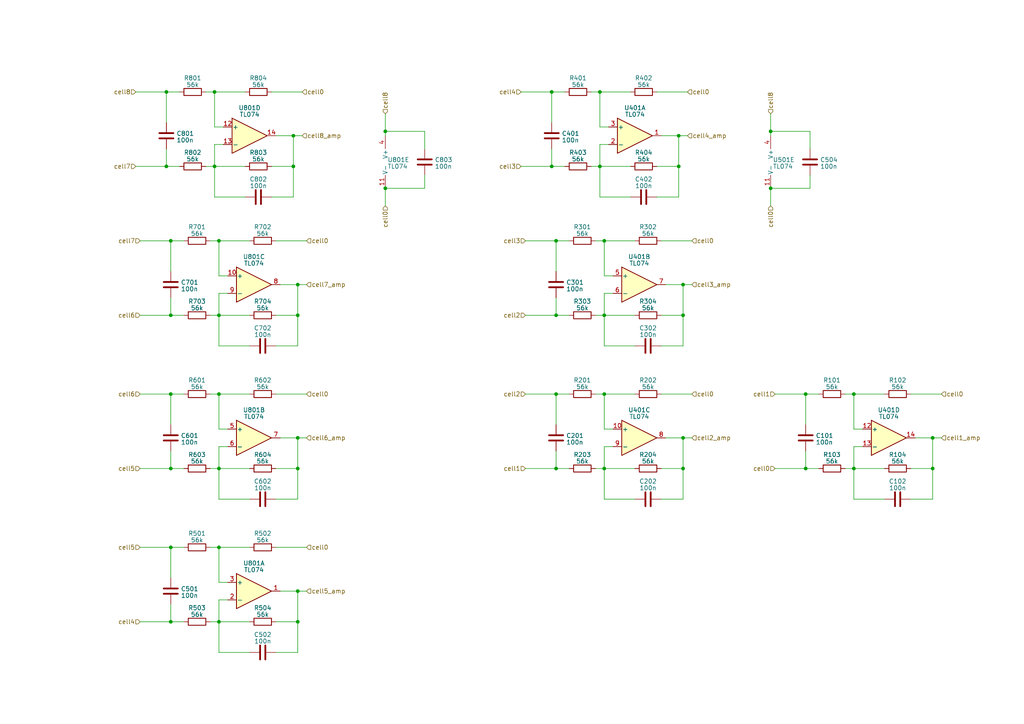
<source format=kicad_sch>
(kicad_sch (version 20230121) (generator eeschema)

  (uuid 726d6474-8ada-4017-8daf-5c8552de1858)

  (paper "A4")

  (lib_symbols
    (symbol "Amplifier_Operational:TL074" (pin_names (offset 0.127)) (in_bom yes) (on_board yes)
      (property "Reference" "U" (at 0 5.08 0)
        (effects (font (size 1.27 1.27)) (justify left))
      )
      (property "Value" "TL074" (at 0 -5.08 0)
        (effects (font (size 1.27 1.27)) (justify left))
      )
      (property "Footprint" "" (at -1.27 2.54 0)
        (effects (font (size 1.27 1.27)) hide)
      )
      (property "Datasheet" "http://www.ti.com/lit/ds/symlink/tl071.pdf" (at 1.27 5.08 0)
        (effects (font (size 1.27 1.27)) hide)
      )
      (property "ki_locked" "" (at 0 0 0)
        (effects (font (size 1.27 1.27)))
      )
      (property "ki_keywords" "quad opamp" (at 0 0 0)
        (effects (font (size 1.27 1.27)) hide)
      )
      (property "ki_description" "Quad Low-Noise JFET-Input Operational Amplifiers, DIP-14/SOIC-14" (at 0 0 0)
        (effects (font (size 1.27 1.27)) hide)
      )
      (property "ki_fp_filters" "SOIC*3.9x8.7mm*P1.27mm* DIP*W7.62mm* TSSOP*4.4x5mm*P0.65mm* SSOP*5.3x6.2mm*P0.65mm* MSOP*3x3mm*P0.5mm*" (at 0 0 0)
        (effects (font (size 1.27 1.27)) hide)
      )
      (symbol "TL074_1_1"
        (polyline
          (pts
            (xy -5.08 5.08)
            (xy 5.08 0)
            (xy -5.08 -5.08)
            (xy -5.08 5.08)
          )
          (stroke (width 0.254) (type default))
          (fill (type background))
        )
        (pin output line (at 7.62 0 180) (length 2.54)
          (name "~" (effects (font (size 1.27 1.27))))
          (number "1" (effects (font (size 1.27 1.27))))
        )
        (pin input line (at -7.62 -2.54 0) (length 2.54)
          (name "-" (effects (font (size 1.27 1.27))))
          (number "2" (effects (font (size 1.27 1.27))))
        )
        (pin input line (at -7.62 2.54 0) (length 2.54)
          (name "+" (effects (font (size 1.27 1.27))))
          (number "3" (effects (font (size 1.27 1.27))))
        )
      )
      (symbol "TL074_2_1"
        (polyline
          (pts
            (xy -5.08 5.08)
            (xy 5.08 0)
            (xy -5.08 -5.08)
            (xy -5.08 5.08)
          )
          (stroke (width 0.254) (type default))
          (fill (type background))
        )
        (pin input line (at -7.62 2.54 0) (length 2.54)
          (name "+" (effects (font (size 1.27 1.27))))
          (number "5" (effects (font (size 1.27 1.27))))
        )
        (pin input line (at -7.62 -2.54 0) (length 2.54)
          (name "-" (effects (font (size 1.27 1.27))))
          (number "6" (effects (font (size 1.27 1.27))))
        )
        (pin output line (at 7.62 0 180) (length 2.54)
          (name "~" (effects (font (size 1.27 1.27))))
          (number "7" (effects (font (size 1.27 1.27))))
        )
      )
      (symbol "TL074_3_1"
        (polyline
          (pts
            (xy -5.08 5.08)
            (xy 5.08 0)
            (xy -5.08 -5.08)
            (xy -5.08 5.08)
          )
          (stroke (width 0.254) (type default))
          (fill (type background))
        )
        (pin input line (at -7.62 2.54 0) (length 2.54)
          (name "+" (effects (font (size 1.27 1.27))))
          (number "10" (effects (font (size 1.27 1.27))))
        )
        (pin output line (at 7.62 0 180) (length 2.54)
          (name "~" (effects (font (size 1.27 1.27))))
          (number "8" (effects (font (size 1.27 1.27))))
        )
        (pin input line (at -7.62 -2.54 0) (length 2.54)
          (name "-" (effects (font (size 1.27 1.27))))
          (number "9" (effects (font (size 1.27 1.27))))
        )
      )
      (symbol "TL074_4_1"
        (polyline
          (pts
            (xy -5.08 5.08)
            (xy 5.08 0)
            (xy -5.08 -5.08)
            (xy -5.08 5.08)
          )
          (stroke (width 0.254) (type default))
          (fill (type background))
        )
        (pin input line (at -7.62 2.54 0) (length 2.54)
          (name "+" (effects (font (size 1.27 1.27))))
          (number "12" (effects (font (size 1.27 1.27))))
        )
        (pin input line (at -7.62 -2.54 0) (length 2.54)
          (name "-" (effects (font (size 1.27 1.27))))
          (number "13" (effects (font (size 1.27 1.27))))
        )
        (pin output line (at 7.62 0 180) (length 2.54)
          (name "~" (effects (font (size 1.27 1.27))))
          (number "14" (effects (font (size 1.27 1.27))))
        )
      )
      (symbol "TL074_5_1"
        (pin power_in line (at -2.54 -7.62 90) (length 3.81)
          (name "V-" (effects (font (size 1.27 1.27))))
          (number "11" (effects (font (size 1.27 1.27))))
        )
        (pin power_in line (at -2.54 7.62 270) (length 3.81)
          (name "V+" (effects (font (size 1.27 1.27))))
          (number "4" (effects (font (size 1.27 1.27))))
        )
      )
    )
    (symbol "Device:C" (pin_numbers hide) (pin_names (offset 0.254)) (in_bom yes) (on_board yes)
      (property "Reference" "C" (at 0.635 2.54 0)
        (effects (font (size 1.27 1.27)) (justify left))
      )
      (property "Value" "C" (at 0.635 -2.54 0)
        (effects (font (size 1.27 1.27)) (justify left))
      )
      (property "Footprint" "" (at 0.9652 -3.81 0)
        (effects (font (size 1.27 1.27)) hide)
      )
      (property "Datasheet" "~" (at 0 0 0)
        (effects (font (size 1.27 1.27)) hide)
      )
      (property "ki_keywords" "cap capacitor" (at 0 0 0)
        (effects (font (size 1.27 1.27)) hide)
      )
      (property "ki_description" "Unpolarized capacitor" (at 0 0 0)
        (effects (font (size 1.27 1.27)) hide)
      )
      (property "ki_fp_filters" "C_*" (at 0 0 0)
        (effects (font (size 1.27 1.27)) hide)
      )
      (symbol "C_0_1"
        (polyline
          (pts
            (xy -2.032 -0.762)
            (xy 2.032 -0.762)
          )
          (stroke (width 0.508) (type default))
          (fill (type none))
        )
        (polyline
          (pts
            (xy -2.032 0.762)
            (xy 2.032 0.762)
          )
          (stroke (width 0.508) (type default))
          (fill (type none))
        )
      )
      (symbol "C_1_1"
        (pin passive line (at 0 3.81 270) (length 2.794)
          (name "~" (effects (font (size 1.27 1.27))))
          (number "1" (effects (font (size 1.27 1.27))))
        )
        (pin passive line (at 0 -3.81 90) (length 2.794)
          (name "~" (effects (font (size 1.27 1.27))))
          (number "2" (effects (font (size 1.27 1.27))))
        )
      )
    )
    (symbol "Device:R" (pin_numbers hide) (pin_names (offset 0)) (in_bom yes) (on_board yes)
      (property "Reference" "R" (at 2.032 0 90)
        (effects (font (size 1.27 1.27)))
      )
      (property "Value" "R" (at 0 0 90)
        (effects (font (size 1.27 1.27)))
      )
      (property "Footprint" "" (at -1.778 0 90)
        (effects (font (size 1.27 1.27)) hide)
      )
      (property "Datasheet" "~" (at 0 0 0)
        (effects (font (size 1.27 1.27)) hide)
      )
      (property "ki_keywords" "R res resistor" (at 0 0 0)
        (effects (font (size 1.27 1.27)) hide)
      )
      (property "ki_description" "Resistor" (at 0 0 0)
        (effects (font (size 1.27 1.27)) hide)
      )
      (property "ki_fp_filters" "R_*" (at 0 0 0)
        (effects (font (size 1.27 1.27)) hide)
      )
      (symbol "R_0_1"
        (rectangle (start -1.016 -2.54) (end 1.016 2.54)
          (stroke (width 0.254) (type default))
          (fill (type none))
        )
      )
      (symbol "R_1_1"
        (pin passive line (at 0 3.81 270) (length 1.27)
          (name "~" (effects (font (size 1.27 1.27))))
          (number "1" (effects (font (size 1.27 1.27))))
        )
        (pin passive line (at 0 -3.81 90) (length 1.27)
          (name "~" (effects (font (size 1.27 1.27))))
          (number "2" (effects (font (size 1.27 1.27))))
        )
      )
    )
  )

  (junction (at 270.51 127) (diameter 0) (color 0 0 0 0)
    (uuid 05acfc69-7b9f-4e7d-8317-15181235c739)
  )
  (junction (at 198.12 82.55) (diameter 0) (color 0 0 0 0)
    (uuid 05de80d8-0801-4596-87d4-ed3f3d0f313b)
  )
  (junction (at 161.29 91.44) (diameter 0) (color 0 0 0 0)
    (uuid 0f0d7874-a4a6-43b7-89a5-326d6ffe85b6)
  )
  (junction (at 198.12 91.44) (diameter 0) (color 0 0 0 0)
    (uuid 0f3a5fcb-eb87-464b-96e5-7ed1c7e7700b)
  )
  (junction (at 49.53 180.34) (diameter 0) (color 0 0 0 0)
    (uuid 13c941c7-8a80-428b-ba3f-04f023b34cba)
  )
  (junction (at 63.5 114.3) (diameter 0) (color 0 0 0 0)
    (uuid 1591fcf2-4230-414c-ab60-93364cdc2289)
  )
  (junction (at 161.29 114.3) (diameter 0) (color 0 0 0 0)
    (uuid 1f4ddbbe-7a17-40bc-bbc1-029ab98dee69)
  )
  (junction (at 160.02 26.67) (diameter 0) (color 0 0 0 0)
    (uuid 23ef3048-b2ff-486d-aeee-9e6c77f05ca9)
  )
  (junction (at 198.12 135.89) (diameter 0) (color 0 0 0 0)
    (uuid 25a6d69a-0111-454c-9174-4c16d8d03a64)
  )
  (junction (at 223.52 38.1) (diameter 0) (color 0 0 0 0)
    (uuid 266f2005-03f7-4428-9eaf-1affc4214b14)
  )
  (junction (at 196.85 39.37) (diameter 0) (color 0 0 0 0)
    (uuid 26829d46-7190-4810-ab91-68e29d4fa53a)
  )
  (junction (at 49.53 69.85) (diameter 0) (color 0 0 0 0)
    (uuid 29ffd16f-5d57-44b0-a05c-8ea014396b22)
  )
  (junction (at 49.53 114.3) (diameter 0) (color 0 0 0 0)
    (uuid 2c533203-91a3-48e0-aa25-aceb00546495)
  )
  (junction (at 63.5 158.75) (diameter 0) (color 0 0 0 0)
    (uuid 363e6ae9-b713-46e7-9ddc-d83fda35a849)
  )
  (junction (at 175.26 135.89) (diameter 0) (color 0 0 0 0)
    (uuid 37f36362-b3c6-47fe-b7ab-7356b96f3b76)
  )
  (junction (at 49.53 135.89) (diameter 0) (color 0 0 0 0)
    (uuid 3948952e-dafe-4f2a-9b18-c8e01ed12567)
  )
  (junction (at 175.26 114.3) (diameter 0) (color 0 0 0 0)
    (uuid 3dcfbfff-bd12-4616-854e-907ce3aec7da)
  )
  (junction (at 63.5 135.89) (diameter 0) (color 0 0 0 0)
    (uuid 3e969eba-bbd5-4626-b103-aa5236fa37c7)
  )
  (junction (at 233.68 114.3) (diameter 0) (color 0 0 0 0)
    (uuid 47fe279a-3583-418d-abc8-dea2f20c5e06)
  )
  (junction (at 86.36 91.44) (diameter 0) (color 0 0 0 0)
    (uuid 5945d947-68f8-4d2a-a22b-d32e1283384d)
  )
  (junction (at 63.5 91.44) (diameter 0) (color 0 0 0 0)
    (uuid 59d34d29-c276-4414-8c28-dcba77204573)
  )
  (junction (at 63.5 69.85) (diameter 0) (color 0 0 0 0)
    (uuid 5e02f809-917b-4a24-8f4d-6e32ff89cf25)
  )
  (junction (at 48.26 48.26) (diameter 0) (color 0 0 0 0)
    (uuid 60671cfb-7dfe-49a0-89cf-7ba198db9f59)
  )
  (junction (at 173.99 48.26) (diameter 0) (color 0 0 0 0)
    (uuid 6944e268-018a-47c6-884d-b03087d15e66)
  )
  (junction (at 86.36 135.89) (diameter 0) (color 0 0 0 0)
    (uuid 715e8fba-e721-4020-b05d-4eb33c280255)
  )
  (junction (at 233.68 135.89) (diameter 0) (color 0 0 0 0)
    (uuid 771ba45b-a7f6-465e-ad1b-bb283c529d06)
  )
  (junction (at 247.65 135.89) (diameter 0) (color 0 0 0 0)
    (uuid 82385009-23c2-4128-a105-66d70f9e7da7)
  )
  (junction (at 85.09 39.37) (diameter 0) (color 0 0 0 0)
    (uuid 84ae85f3-623a-496b-97cd-2a486fcb0f37)
  )
  (junction (at 173.99 26.67) (diameter 0) (color 0 0 0 0)
    (uuid 882cb593-7336-4b5d-923c-83f156aafec5)
  )
  (junction (at 85.09 48.26) (diameter 0) (color 0 0 0 0)
    (uuid 8cef88ef-3c0d-40c7-8142-b403e02c7387)
  )
  (junction (at 48.26 26.67) (diameter 0) (color 0 0 0 0)
    (uuid 8e9d8701-173a-4977-921e-54dfb967a336)
  )
  (junction (at 86.36 171.45) (diameter 0) (color 0 0 0 0)
    (uuid 914f417c-0d48-42b5-863e-a349dfd17fb0)
  )
  (junction (at 86.36 127) (diameter 0) (color 0 0 0 0)
    (uuid 9f5dbf1f-398f-42f4-a7f2-f00f37e58316)
  )
  (junction (at 175.26 69.85) (diameter 0) (color 0 0 0 0)
    (uuid b05b52fe-dce6-4bae-be37-12c4dfeb33b2)
  )
  (junction (at 49.53 91.44) (diameter 0) (color 0 0 0 0)
    (uuid c42be46c-b36a-4cfc-afa7-cbab5b9da5ce)
  )
  (junction (at 223.52 54.61) (diameter 0) (color 0 0 0 0)
    (uuid c77ccb18-143e-404e-9cdb-d3106f58ad1f)
  )
  (junction (at 161.29 135.89) (diameter 0) (color 0 0 0 0)
    (uuid cc82d262-8346-485d-8aa1-d611086f091e)
  )
  (junction (at 270.51 135.89) (diameter 0) (color 0 0 0 0)
    (uuid cf46a947-2867-4cc5-829e-cd5c6a22339d)
  )
  (junction (at 160.02 48.26) (diameter 0) (color 0 0 0 0)
    (uuid d17ce26a-f0cb-4f6c-8df5-f3e0285981d8)
  )
  (junction (at 62.23 26.67) (diameter 0) (color 0 0 0 0)
    (uuid d5c57d10-7651-4e72-b493-b6bd6940665c)
  )
  (junction (at 198.12 127) (diameter 0) (color 0 0 0 0)
    (uuid d60e9f4b-d5cd-461d-8912-e2c7d066a6b4)
  )
  (junction (at 196.85 48.26) (diameter 0) (color 0 0 0 0)
    (uuid d6c7bf1a-11c9-456c-85d9-b5e9b4c489e0)
  )
  (junction (at 86.36 82.55) (diameter 0) (color 0 0 0 0)
    (uuid da6833c8-09f0-425b-b19f-a78adc8b5eb5)
  )
  (junction (at 62.23 48.26) (diameter 0) (color 0 0 0 0)
    (uuid dca964a7-33e0-4c25-b6cf-14d0ec7b2e17)
  )
  (junction (at 49.53 158.75) (diameter 0) (color 0 0 0 0)
    (uuid deaf4fff-2cf2-4222-84c6-8ca3a2ab89bb)
  )
  (junction (at 63.5 180.34) (diameter 0) (color 0 0 0 0)
    (uuid e7a84c7c-2546-4120-9a2a-aeb9afe8ac48)
  )
  (junction (at 111.76 54.61) (diameter 0) (color 0 0 0 0)
    (uuid e862b90b-817c-4835-8e5a-fadb5c764b19)
  )
  (junction (at 175.26 91.44) (diameter 0) (color 0 0 0 0)
    (uuid ed9344bc-8d55-4fa0-9bd9-f6de8f004512)
  )
  (junction (at 86.36 180.34) (diameter 0) (color 0 0 0 0)
    (uuid ef20fd0e-e963-43f2-8e0e-212884981860)
  )
  (junction (at 247.65 114.3) (diameter 0) (color 0 0 0 0)
    (uuid f777f3ac-ded6-4ddb-b5e4-466e2c056f62)
  )
  (junction (at 111.76 38.1) (diameter 0) (color 0 0 0 0)
    (uuid f91a4500-da7d-44e8-9464-b6b18478fa2c)
  )
  (junction (at 161.29 69.85) (diameter 0) (color 0 0 0 0)
    (uuid fa52597f-efd3-40e6-9f39-4d7bd5a08ebc)
  )

  (wire (pts (xy 270.51 127) (xy 265.43 127))
    (stroke (width 0) (type default))
    (uuid 00f99fce-c71a-435f-a877-646c904cf185)
  )
  (wire (pts (xy 191.77 91.44) (xy 198.12 91.44))
    (stroke (width 0) (type default))
    (uuid 01a84256-f6a8-4f60-9b31-10fffd425131)
  )
  (wire (pts (xy 196.85 48.26) (xy 196.85 39.37))
    (stroke (width 0) (type default))
    (uuid 040daafa-3c90-4529-8132-306633b82fdd)
  )
  (wire (pts (xy 223.52 54.61) (xy 234.95 54.61))
    (stroke (width 0) (type default))
    (uuid 061a9c36-738b-498b-8fd3-57af9af33a1c)
  )
  (wire (pts (xy 172.72 69.85) (xy 175.26 69.85))
    (stroke (width 0) (type default))
    (uuid 0767c097-2499-4baf-a1a4-da54aa21732f)
  )
  (wire (pts (xy 63.5 158.75) (xy 72.39 158.75))
    (stroke (width 0) (type default))
    (uuid 091d9aef-2f01-4757-b290-7dd5581cd19f)
  )
  (wire (pts (xy 160.02 26.67) (xy 163.83 26.67))
    (stroke (width 0) (type default))
    (uuid 0924f574-d252-4b7f-bd16-d7dcd7516c3d)
  )
  (wire (pts (xy 88.9 114.3) (xy 80.01 114.3))
    (stroke (width 0) (type default))
    (uuid 09b38c9e-a35b-40e1-9080-9ea07e0eacde)
  )
  (wire (pts (xy 161.29 86.36) (xy 161.29 91.44))
    (stroke (width 0) (type default))
    (uuid 0a235d63-8495-46dd-9d20-42ee651073cf)
  )
  (wire (pts (xy 270.51 144.78) (xy 270.51 135.89))
    (stroke (width 0) (type default))
    (uuid 0a902829-8cd0-47aa-bf78-7fd45e95eadd)
  )
  (wire (pts (xy 177.8 85.09) (xy 175.26 85.09))
    (stroke (width 0) (type default))
    (uuid 0d6b4e8f-1a4f-44ed-a4a0-be8f221569f7)
  )
  (wire (pts (xy 200.66 69.85) (xy 191.77 69.85))
    (stroke (width 0) (type default))
    (uuid 11318997-599f-43d3-a56d-8cff4b5ec4e0)
  )
  (wire (pts (xy 161.29 130.81) (xy 161.29 135.89))
    (stroke (width 0) (type default))
    (uuid 11564b5e-4471-4384-864d-c742ffc41d31)
  )
  (wire (pts (xy 49.53 123.19) (xy 49.53 114.3))
    (stroke (width 0) (type default))
    (uuid 119d1ca3-9f96-4f6c-813f-70ad4ca3de3c)
  )
  (wire (pts (xy 111.76 38.1) (xy 111.76 39.37))
    (stroke (width 0) (type default))
    (uuid 121b284c-1f94-417e-a9d3-386693029f34)
  )
  (wire (pts (xy 173.99 36.83) (xy 176.53 36.83))
    (stroke (width 0) (type default))
    (uuid 123f917e-115a-4d54-b65a-c8175e8b232b)
  )
  (wire (pts (xy 63.5 80.01) (xy 66.04 80.01))
    (stroke (width 0) (type default))
    (uuid 156801c9-9014-49e3-ac43-cf2febc19c85)
  )
  (wire (pts (xy 49.53 135.89) (xy 53.34 135.89))
    (stroke (width 0) (type default))
    (uuid 164a6a9c-0a56-442e-84ab-be93e941689b)
  )
  (wire (pts (xy 85.09 39.37) (xy 80.01 39.37))
    (stroke (width 0) (type default))
    (uuid 170db12d-b4db-47b7-93d9-8026d8b5b4a2)
  )
  (wire (pts (xy 60.96 135.89) (xy 63.5 135.89))
    (stroke (width 0) (type default))
    (uuid 183beb2d-c83a-4dae-bd4e-fe26dfb1fff8)
  )
  (wire (pts (xy 63.5 135.89) (xy 72.39 135.89))
    (stroke (width 0) (type default))
    (uuid 19e70a4c-fa05-4ac8-aaae-aa7ce0bd412c)
  )
  (wire (pts (xy 86.36 189.23) (xy 86.36 180.34))
    (stroke (width 0) (type default))
    (uuid 1c6a4a61-dc3b-4555-ae39-6e81cb841955)
  )
  (wire (pts (xy 63.5 180.34) (xy 72.39 180.34))
    (stroke (width 0) (type default))
    (uuid 1e08f3ff-8a23-47c3-96c4-f28f8c25a5ab)
  )
  (wire (pts (xy 198.12 144.78) (xy 198.12 135.89))
    (stroke (width 0) (type default))
    (uuid 21de4e70-1ea6-4465-aff0-b625aeda7c70)
  )
  (wire (pts (xy 160.02 43.18) (xy 160.02 48.26))
    (stroke (width 0) (type default))
    (uuid 241c566d-7e93-490f-94d8-d580cbe2373d)
  )
  (wire (pts (xy 161.29 114.3) (xy 165.1 114.3))
    (stroke (width 0) (type default))
    (uuid 25f04562-5057-4727-8dda-79fb23cb70c1)
  )
  (wire (pts (xy 175.26 80.01) (xy 177.8 80.01))
    (stroke (width 0) (type default))
    (uuid 2624763d-e210-46b0-9c1a-6662183e85ef)
  )
  (wire (pts (xy 63.5 114.3) (xy 63.5 124.46))
    (stroke (width 0) (type default))
    (uuid 2634b82c-4ba5-4f21-9334-7bfa02670024)
  )
  (wire (pts (xy 80.01 91.44) (xy 86.36 91.44))
    (stroke (width 0) (type default))
    (uuid 26c7091f-896a-4d69-86ed-1b3e4c534ecb)
  )
  (wire (pts (xy 49.53 175.26) (xy 49.53 180.34))
    (stroke (width 0) (type default))
    (uuid 2750dc9a-b014-476e-b610-d149e394c2b4)
  )
  (wire (pts (xy 63.5 189.23) (xy 63.5 180.34))
    (stroke (width 0) (type default))
    (uuid 28e7c426-8019-421a-9644-898a150e3822)
  )
  (wire (pts (xy 161.29 69.85) (xy 165.1 69.85))
    (stroke (width 0) (type default))
    (uuid 2a0240a7-4432-4199-94ab-f542874dfc20)
  )
  (wire (pts (xy 86.36 127) (xy 81.28 127))
    (stroke (width 0) (type default))
    (uuid 2a2e6489-1cb1-46ef-a483-ffc15ada688d)
  )
  (wire (pts (xy 85.09 57.15) (xy 85.09 48.26))
    (stroke (width 0) (type default))
    (uuid 2c69def0-d53d-4963-a09c-314a8589e2d9)
  )
  (wire (pts (xy 233.68 130.81) (xy 233.68 135.89))
    (stroke (width 0) (type default))
    (uuid 2c953cf8-998d-439c-b5c9-738f5d7eb248)
  )
  (wire (pts (xy 264.16 135.89) (xy 270.51 135.89))
    (stroke (width 0) (type default))
    (uuid 310eba37-f73d-488a-85a3-cf54fc4af852)
  )
  (wire (pts (xy 161.29 91.44) (xy 165.1 91.44))
    (stroke (width 0) (type default))
    (uuid 34076d06-85bb-41e6-a722-5f3432006523)
  )
  (wire (pts (xy 196.85 39.37) (xy 199.39 39.37))
    (stroke (width 0) (type default))
    (uuid 36b5384a-19df-4246-9333-e5e152986764)
  )
  (wire (pts (xy 224.79 135.89) (xy 233.68 135.89))
    (stroke (width 0) (type default))
    (uuid 371a16ca-a4f5-4e01-a7bf-1786402cfc23)
  )
  (wire (pts (xy 111.76 59.69) (xy 111.76 54.61))
    (stroke (width 0) (type default))
    (uuid 37fa95c9-cbed-4331-9ee9-8d50c1c4242c)
  )
  (wire (pts (xy 60.96 69.85) (xy 63.5 69.85))
    (stroke (width 0) (type default))
    (uuid 3838792a-0adb-4eb7-b75b-308a5d0d26be)
  )
  (wire (pts (xy 49.53 78.74) (xy 49.53 69.85))
    (stroke (width 0) (type default))
    (uuid 38854d9a-a0b7-4f3a-987d-d0606c8656ff)
  )
  (wire (pts (xy 59.69 48.26) (xy 62.23 48.26))
    (stroke (width 0) (type default))
    (uuid 3fa938d1-d500-40e3-87c5-cc7eacfba3b1)
  )
  (wire (pts (xy 198.12 100.33) (xy 198.12 91.44))
    (stroke (width 0) (type default))
    (uuid 3fff9369-cc73-4f80-a4fb-5f020818b759)
  )
  (wire (pts (xy 63.5 158.75) (xy 63.5 168.91))
    (stroke (width 0) (type default))
    (uuid 40155a10-134f-42d6-bb23-3a16e30af6ac)
  )
  (wire (pts (xy 60.96 114.3) (xy 63.5 114.3))
    (stroke (width 0) (type default))
    (uuid 412c21ac-cf88-488a-ad12-fa692d74f649)
  )
  (wire (pts (xy 63.5 114.3) (xy 72.39 114.3))
    (stroke (width 0) (type default))
    (uuid 4380be47-38e7-417f-8119-175442ca8a5a)
  )
  (wire (pts (xy 245.11 135.89) (xy 247.65 135.89))
    (stroke (width 0) (type default))
    (uuid 49590f77-8dd9-4564-9d8b-576a2f55b79d)
  )
  (wire (pts (xy 123.19 38.1) (xy 111.76 38.1))
    (stroke (width 0) (type default))
    (uuid 4a566534-bea2-4113-b7dd-730517fbf30a)
  )
  (wire (pts (xy 172.72 91.44) (xy 175.26 91.44))
    (stroke (width 0) (type default))
    (uuid 4a65ee9d-1f1b-4f8b-a718-cee6189a228a)
  )
  (wire (pts (xy 270.51 127) (xy 273.05 127))
    (stroke (width 0) (type default))
    (uuid 4bf44706-942c-4e9d-a480-b7886c861cd4)
  )
  (wire (pts (xy 86.36 180.34) (xy 86.36 171.45))
    (stroke (width 0) (type default))
    (uuid 4db43cc0-ec51-47fe-a170-18f8c889931a)
  )
  (wire (pts (xy 233.68 135.89) (xy 237.49 135.89))
    (stroke (width 0) (type default))
    (uuid 4e46d57c-f8b7-457e-a589-b404fd6cd1f4)
  )
  (wire (pts (xy 80.01 135.89) (xy 86.36 135.89))
    (stroke (width 0) (type default))
    (uuid 4ecbf251-172a-44c5-83a0-81c5e2439d03)
  )
  (wire (pts (xy 234.95 50.8) (xy 234.95 54.61))
    (stroke (width 0) (type default))
    (uuid 4effca3d-0e33-4671-8729-55f77fee0241)
  )
  (wire (pts (xy 270.51 135.89) (xy 270.51 127))
    (stroke (width 0) (type default))
    (uuid 4f9ef9d8-da12-429d-b287-604d6b28f6d4)
  )
  (wire (pts (xy 123.19 43.18) (xy 123.19 38.1))
    (stroke (width 0) (type default))
    (uuid 4faf150c-c11a-43ef-82c9-bb817be4d84b)
  )
  (wire (pts (xy 63.5 124.46) (xy 66.04 124.46))
    (stroke (width 0) (type default))
    (uuid 515204d6-d4dd-4db0-831a-83dcf621ac3b)
  )
  (wire (pts (xy 184.15 100.33) (xy 175.26 100.33))
    (stroke (width 0) (type default))
    (uuid 52961f9c-a65d-4f5a-b2f6-a3d3c6c4a7af)
  )
  (wire (pts (xy 175.26 100.33) (xy 175.26 91.44))
    (stroke (width 0) (type default))
    (uuid 53a59930-2321-4af0-85ce-28a9b798d2a7)
  )
  (wire (pts (xy 78.74 57.15) (xy 85.09 57.15))
    (stroke (width 0) (type default))
    (uuid 54a07800-a23e-4d00-87d6-0f18eaaf3618)
  )
  (wire (pts (xy 151.13 26.67) (xy 160.02 26.67))
    (stroke (width 0) (type default))
    (uuid 55c966ec-4919-4535-a661-cb00de21e7cc)
  )
  (wire (pts (xy 86.36 135.89) (xy 86.36 127))
    (stroke (width 0) (type default))
    (uuid 58d1cbf9-eaf2-4dd3-9e71-8627a9d879ff)
  )
  (wire (pts (xy 247.65 114.3) (xy 256.54 114.3))
    (stroke (width 0) (type default))
    (uuid 59ec5caf-d04d-4dbf-9fb8-f7d51499811d)
  )
  (wire (pts (xy 72.39 144.78) (xy 63.5 144.78))
    (stroke (width 0) (type default))
    (uuid 5b3e3143-ec52-4d09-a77c-e39d490155c9)
  )
  (wire (pts (xy 49.53 91.44) (xy 53.34 91.44))
    (stroke (width 0) (type default))
    (uuid 5b79dd39-13fe-4481-94c8-a5eb6d868cc7)
  )
  (wire (pts (xy 78.74 48.26) (xy 85.09 48.26))
    (stroke (width 0) (type default))
    (uuid 5bd2dab9-773c-48c5-9e0e-b5ad107ccaf1)
  )
  (wire (pts (xy 80.01 189.23) (xy 86.36 189.23))
    (stroke (width 0) (type default))
    (uuid 5e4952ef-16e5-4501-a22c-ea1e63785ca8)
  )
  (wire (pts (xy 191.77 135.89) (xy 198.12 135.89))
    (stroke (width 0) (type default))
    (uuid 5ed94a1d-c284-4b5a-917c-c6110665326a)
  )
  (wire (pts (xy 152.4 69.85) (xy 161.29 69.85))
    (stroke (width 0) (type default))
    (uuid 5f443399-d4ce-42b0-887a-2c91629c1e21)
  )
  (wire (pts (xy 80.01 144.78) (xy 86.36 144.78))
    (stroke (width 0) (type default))
    (uuid 5f79fb5d-0f36-4976-bc99-a43dae3a1537)
  )
  (wire (pts (xy 49.53 114.3) (xy 53.34 114.3))
    (stroke (width 0) (type default))
    (uuid 6302bae6-db3d-4a90-9d03-5480dfecd0e1)
  )
  (wire (pts (xy 63.5 129.54) (xy 63.5 135.89))
    (stroke (width 0) (type default))
    (uuid 6431758b-97be-4edd-81c0-fed778a9d7b7)
  )
  (wire (pts (xy 161.29 135.89) (xy 165.1 135.89))
    (stroke (width 0) (type default))
    (uuid 661aede7-5bd0-48ac-ae79-aa9af9602ea2)
  )
  (wire (pts (xy 63.5 173.99) (xy 63.5 180.34))
    (stroke (width 0) (type default))
    (uuid 66b8ffec-c31f-49d9-83bc-0e03e4c9716c)
  )
  (wire (pts (xy 48.26 43.18) (xy 48.26 48.26))
    (stroke (width 0) (type default))
    (uuid 66c822d2-516f-4e15-bfd8-07de9a3d9769)
  )
  (wire (pts (xy 175.26 91.44) (xy 184.15 91.44))
    (stroke (width 0) (type default))
    (uuid 69fd7a18-8eb5-4db9-bd9a-2e15343ad167)
  )
  (wire (pts (xy 151.13 48.26) (xy 160.02 48.26))
    (stroke (width 0) (type default))
    (uuid 6a8b78ec-f955-48ac-9ae1-360e4237382a)
  )
  (wire (pts (xy 173.99 26.67) (xy 182.88 26.67))
    (stroke (width 0) (type default))
    (uuid 6b12d45e-ecf0-464c-9d5e-c310bf1a296b)
  )
  (wire (pts (xy 198.12 127) (xy 200.66 127))
    (stroke (width 0) (type default))
    (uuid 6d7c2727-185d-4ce4-a9f3-84efbc3c2ce4)
  )
  (wire (pts (xy 86.36 144.78) (xy 86.36 135.89))
    (stroke (width 0) (type default))
    (uuid 6fc63804-9a09-44be-9a0a-5dbd7fd73236)
  )
  (wire (pts (xy 40.64 114.3) (xy 49.53 114.3))
    (stroke (width 0) (type default))
    (uuid 70000c14-8510-4697-b342-3046208ade01)
  )
  (wire (pts (xy 184.15 144.78) (xy 175.26 144.78))
    (stroke (width 0) (type default))
    (uuid 71c09bf9-f78f-4085-a7c9-8fcef42c4d6d)
  )
  (wire (pts (xy 86.36 91.44) (xy 86.36 82.55))
    (stroke (width 0) (type default))
    (uuid 737ddb2d-5988-436c-86d1-649b1d1135c6)
  )
  (wire (pts (xy 224.79 114.3) (xy 233.68 114.3))
    (stroke (width 0) (type default))
    (uuid 7394b043-e3af-4d42-8925-a1e8755dfb66)
  )
  (wire (pts (xy 198.12 82.55) (xy 200.66 82.55))
    (stroke (width 0) (type default))
    (uuid 74619106-b075-4abb-9878-ac164810e44d)
  )
  (wire (pts (xy 152.4 91.44) (xy 161.29 91.44))
    (stroke (width 0) (type default))
    (uuid 75957aa0-5a05-4c1a-8aed-d1d6ae05d271)
  )
  (wire (pts (xy 199.39 26.67) (xy 190.5 26.67))
    (stroke (width 0) (type default))
    (uuid 7658a058-6811-4ad1-b0d1-fe4a91c05936)
  )
  (wire (pts (xy 191.77 144.78) (xy 198.12 144.78))
    (stroke (width 0) (type default))
    (uuid 77ec73ae-47eb-41f7-81ab-34fc9e8c9cbc)
  )
  (wire (pts (xy 87.63 26.67) (xy 78.74 26.67))
    (stroke (width 0) (type default))
    (uuid 79f7eb86-d4de-44e4-9aa8-339c2058ee71)
  )
  (wire (pts (xy 63.5 69.85) (xy 63.5 80.01))
    (stroke (width 0) (type default))
    (uuid 7b4cea93-0bf3-4876-b041-ae9ab0a6ab33)
  )
  (wire (pts (xy 40.64 91.44) (xy 49.53 91.44))
    (stroke (width 0) (type default))
    (uuid 7ba24a87-69ba-4729-8675-0d2eb519cb8e)
  )
  (wire (pts (xy 234.95 43.18) (xy 234.95 38.1))
    (stroke (width 0) (type default))
    (uuid 7db3bf9c-bfd1-4625-9f64-58b1b863e691)
  )
  (wire (pts (xy 247.65 124.46) (xy 250.19 124.46))
    (stroke (width 0) (type default))
    (uuid 7df41807-3c1f-4c14-8b00-83557381db6e)
  )
  (wire (pts (xy 161.29 123.19) (xy 161.29 114.3))
    (stroke (width 0) (type default))
    (uuid 7e7a7c90-0bec-4cd7-be87-18694952aeb8)
  )
  (wire (pts (xy 111.76 54.61) (xy 123.19 54.61))
    (stroke (width 0) (type default))
    (uuid 7ebd0602-7e67-4e34-b73a-3a431f0b81fa)
  )
  (wire (pts (xy 175.26 124.46) (xy 177.8 124.46))
    (stroke (width 0) (type default))
    (uuid 8053aa56-c81e-4a7e-a230-26e3e60f0de4)
  )
  (wire (pts (xy 48.26 35.56) (xy 48.26 26.67))
    (stroke (width 0) (type default))
    (uuid 844d1493-694d-48a9-adf0-baa012bbeb82)
  )
  (wire (pts (xy 59.69 26.67) (xy 62.23 26.67))
    (stroke (width 0) (type default))
    (uuid 847de801-5ece-4583-873b-54a5cbd2273f)
  )
  (wire (pts (xy 175.26 69.85) (xy 175.26 80.01))
    (stroke (width 0) (type default))
    (uuid 8526c746-30bd-4877-8b26-0cf3bcb40058)
  )
  (wire (pts (xy 175.26 135.89) (xy 184.15 135.89))
    (stroke (width 0) (type default))
    (uuid 8546ae1f-f4d4-4326-8b1c-0dc9fd66ecd4)
  )
  (wire (pts (xy 264.16 144.78) (xy 270.51 144.78))
    (stroke (width 0) (type default))
    (uuid 857872e9-316c-4c77-af4b-8e545da356dc)
  )
  (wire (pts (xy 177.8 129.54) (xy 175.26 129.54))
    (stroke (width 0) (type default))
    (uuid 892a2b37-0290-4bc5-b05e-cad099fbb731)
  )
  (wire (pts (xy 63.5 69.85) (xy 72.39 69.85))
    (stroke (width 0) (type default))
    (uuid 896e403e-0e5a-45f7-b37e-0251444a0365)
  )
  (wire (pts (xy 191.77 100.33) (xy 198.12 100.33))
    (stroke (width 0) (type default))
    (uuid 8b203900-645b-4c18-8983-9f21565fe4db)
  )
  (wire (pts (xy 88.9 158.75) (xy 80.01 158.75))
    (stroke (width 0) (type default))
    (uuid 8c38e7b1-9e21-4626-aa66-408bbb65680b)
  )
  (wire (pts (xy 190.5 57.15) (xy 196.85 57.15))
    (stroke (width 0) (type default))
    (uuid 8cbc8139-22cb-48d0-aab1-f44bdea81d0b)
  )
  (wire (pts (xy 86.36 171.45) (xy 81.28 171.45))
    (stroke (width 0) (type default))
    (uuid 8ceebef2-07a6-4e06-8822-b9e09ebd6a15)
  )
  (wire (pts (xy 40.64 135.89) (xy 49.53 135.89))
    (stroke (width 0) (type default))
    (uuid 8e2b95ff-04ba-44e3-be67-70190b6ea0a2)
  )
  (wire (pts (xy 63.5 85.09) (xy 63.5 91.44))
    (stroke (width 0) (type default))
    (uuid 8ff8c763-c6fa-44df-a810-ce66569276ce)
  )
  (wire (pts (xy 175.26 69.85) (xy 184.15 69.85))
    (stroke (width 0) (type default))
    (uuid 9208587c-0422-4c43-99fb-9c0eea28a4ee)
  )
  (wire (pts (xy 245.11 114.3) (xy 247.65 114.3))
    (stroke (width 0) (type default))
    (uuid 9548aee0-2c1f-4cbe-9215-6519fe73f355)
  )
  (wire (pts (xy 40.64 69.85) (xy 49.53 69.85))
    (stroke (width 0) (type default))
    (uuid 96257613-1c60-4ffb-8726-1ec3f0cc3f9f)
  )
  (wire (pts (xy 48.26 48.26) (xy 52.07 48.26))
    (stroke (width 0) (type default))
    (uuid 9746851d-b54a-4df0-bac4-fdefb1cb2a1e)
  )
  (wire (pts (xy 62.23 57.15) (xy 62.23 48.26))
    (stroke (width 0) (type default))
    (uuid 97e170ad-a54c-4b20-be57-7c27b28fd46c)
  )
  (wire (pts (xy 247.65 135.89) (xy 256.54 135.89))
    (stroke (width 0) (type default))
    (uuid 9902d8b8-3efc-4d76-8d79-eec5e4b118c1)
  )
  (wire (pts (xy 85.09 48.26) (xy 85.09 39.37))
    (stroke (width 0) (type default))
    (uuid 99de3781-09a1-4a47-a0d2-702c612d0cdd)
  )
  (wire (pts (xy 48.26 26.67) (xy 52.07 26.67))
    (stroke (width 0) (type default))
    (uuid 9a3bc6e1-bde7-499d-87d4-56b34974bb88)
  )
  (wire (pts (xy 62.23 36.83) (xy 64.77 36.83))
    (stroke (width 0) (type default))
    (uuid 9a4f9022-41f6-473a-81cf-fa67ba4c7f31)
  )
  (wire (pts (xy 175.26 114.3) (xy 175.26 124.46))
    (stroke (width 0) (type default))
    (uuid 9bf5bcad-df9c-44a9-ae64-ad1b238f2e80)
  )
  (wire (pts (xy 40.64 158.75) (xy 49.53 158.75))
    (stroke (width 0) (type default))
    (uuid 9e831fa9-ab7f-436d-ad92-20adc32c2eca)
  )
  (wire (pts (xy 64.77 41.91) (xy 62.23 41.91))
    (stroke (width 0) (type default))
    (uuid 9fc2bf05-4b67-42eb-943b-4504a05267bd)
  )
  (wire (pts (xy 273.05 114.3) (xy 264.16 114.3))
    (stroke (width 0) (type default))
    (uuid a0f8c9d5-e660-4a0f-9986-832792879f58)
  )
  (wire (pts (xy 198.12 135.89) (xy 198.12 127))
    (stroke (width 0) (type default))
    (uuid a2976e0b-597d-46d7-86d2-a5273b56483a)
  )
  (wire (pts (xy 182.88 57.15) (xy 173.99 57.15))
    (stroke (width 0) (type default))
    (uuid a340fd1d-ae1e-4b42-b887-1098f6ad583e)
  )
  (wire (pts (xy 60.96 158.75) (xy 63.5 158.75))
    (stroke (width 0) (type default))
    (uuid a3578ff3-62c9-4dce-89a5-d7ea5f26e1b7)
  )
  (wire (pts (xy 200.66 114.3) (xy 191.77 114.3))
    (stroke (width 0) (type default))
    (uuid a3a5d7d6-2be6-4dd0-9bbe-da5f766231e4)
  )
  (wire (pts (xy 62.23 26.67) (xy 71.12 26.67))
    (stroke (width 0) (type default))
    (uuid a42b1624-8f0e-407b-8a2c-7f0c4b423c61)
  )
  (wire (pts (xy 171.45 48.26) (xy 173.99 48.26))
    (stroke (width 0) (type default))
    (uuid a4b323e8-4a86-4c72-a6d8-8a1083ce4f48)
  )
  (wire (pts (xy 256.54 144.78) (xy 247.65 144.78))
    (stroke (width 0) (type default))
    (uuid a5907f38-a800-45e0-b9a9-dd760dd45088)
  )
  (wire (pts (xy 233.68 114.3) (xy 237.49 114.3))
    (stroke (width 0) (type default))
    (uuid a667a547-58a2-4529-88e2-861c10d52a45)
  )
  (wire (pts (xy 175.26 85.09) (xy 175.26 91.44))
    (stroke (width 0) (type default))
    (uuid a7f1122e-c93e-477f-a6e1-3795b1e22dce)
  )
  (wire (pts (xy 198.12 91.44) (xy 198.12 82.55))
    (stroke (width 0) (type default))
    (uuid aa1798d3-c1f1-4457-a0e0-b3ab1d907e93)
  )
  (wire (pts (xy 88.9 69.85) (xy 80.01 69.85))
    (stroke (width 0) (type default))
    (uuid ac922179-982f-4267-9c75-fc4aefefae24)
  )
  (wire (pts (xy 152.4 135.89) (xy 161.29 135.89))
    (stroke (width 0) (type default))
    (uuid acf72f1b-4bd6-4a71-a9e7-6483b168ba92)
  )
  (wire (pts (xy 80.01 180.34) (xy 86.36 180.34))
    (stroke (width 0) (type default))
    (uuid ae155f0c-a369-4cdc-a20f-d3e563df673e)
  )
  (wire (pts (xy 49.53 180.34) (xy 53.34 180.34))
    (stroke (width 0) (type default))
    (uuid af2b5edf-ea42-4b88-ba56-f5718873e333)
  )
  (wire (pts (xy 196.85 57.15) (xy 196.85 48.26))
    (stroke (width 0) (type default))
    (uuid b063bfa8-ff22-493a-845d-654bc1591c41)
  )
  (wire (pts (xy 196.85 39.37) (xy 191.77 39.37))
    (stroke (width 0) (type default))
    (uuid b2ab9a4c-21c6-47d3-b899-c67957176d50)
  )
  (wire (pts (xy 172.72 135.89) (xy 175.26 135.89))
    (stroke (width 0) (type default))
    (uuid b4c7981d-67b9-4a1f-90d0-a7eb3e5d6dd6)
  )
  (wire (pts (xy 49.53 167.64) (xy 49.53 158.75))
    (stroke (width 0) (type default))
    (uuid b4d286cf-2b9f-4143-b8a8-975f5eae6c36)
  )
  (wire (pts (xy 86.36 100.33) (xy 86.36 91.44))
    (stroke (width 0) (type default))
    (uuid b4fbc822-66a9-47a2-8328-452898ca9821)
  )
  (wire (pts (xy 152.4 114.3) (xy 161.29 114.3))
    (stroke (width 0) (type default))
    (uuid b524195f-bc5a-4299-9ac8-e3960edb07fc)
  )
  (wire (pts (xy 63.5 100.33) (xy 63.5 91.44))
    (stroke (width 0) (type default))
    (uuid b5447a6b-7799-4988-9975-03d8b05adbd0)
  )
  (wire (pts (xy 233.68 123.19) (xy 233.68 114.3))
    (stroke (width 0) (type default))
    (uuid b5bb059a-8113-4ca1-8e56-5181985d9598)
  )
  (wire (pts (xy 175.26 129.54) (xy 175.26 135.89))
    (stroke (width 0) (type default))
    (uuid b63cd416-3211-4511-9b29-d8a36315f6b3)
  )
  (wire (pts (xy 171.45 26.67) (xy 173.99 26.67))
    (stroke (width 0) (type default))
    (uuid b66c0617-ef50-4120-a3a5-2dc260175c2a)
  )
  (wire (pts (xy 49.53 69.85) (xy 53.34 69.85))
    (stroke (width 0) (type default))
    (uuid b8300a45-8b52-4b4a-998d-9feea04fe284)
  )
  (wire (pts (xy 66.04 85.09) (xy 63.5 85.09))
    (stroke (width 0) (type default))
    (uuid b8d62552-a83a-42ce-bc05-958a15d0451b)
  )
  (wire (pts (xy 86.36 127) (xy 88.9 127))
    (stroke (width 0) (type default))
    (uuid b9de2adf-50b9-40e3-abbf-835cd992a4ed)
  )
  (wire (pts (xy 71.12 57.15) (xy 62.23 57.15))
    (stroke (width 0) (type default))
    (uuid bb69ee7a-ad21-4f56-b5b1-f1df4412744e)
  )
  (wire (pts (xy 66.04 129.54) (xy 63.5 129.54))
    (stroke (width 0) (type default))
    (uuid bd095e32-1e0b-4ae5-b88f-d1247af3a895)
  )
  (wire (pts (xy 60.96 91.44) (xy 63.5 91.44))
    (stroke (width 0) (type default))
    (uuid bd2140ad-0ca9-4e2f-b050-bed5e9154cdc)
  )
  (wire (pts (xy 39.37 26.67) (xy 48.26 26.67))
    (stroke (width 0) (type default))
    (uuid bdcc78a8-ce8d-4364-9b8c-3612644defdd)
  )
  (wire (pts (xy 60.96 180.34) (xy 63.5 180.34))
    (stroke (width 0) (type default))
    (uuid be29a83f-6576-427b-9253-04279aacab11)
  )
  (wire (pts (xy 190.5 48.26) (xy 196.85 48.26))
    (stroke (width 0) (type default))
    (uuid c029e4e4-8afb-4aa3-bbba-dde3c9265582)
  )
  (wire (pts (xy 62.23 48.26) (xy 71.12 48.26))
    (stroke (width 0) (type default))
    (uuid c6452138-d3ea-476d-803c-c754e5c51a60)
  )
  (wire (pts (xy 250.19 129.54) (xy 247.65 129.54))
    (stroke (width 0) (type default))
    (uuid c699897f-5c2a-4456-be4e-20598175b101)
  )
  (wire (pts (xy 62.23 26.67) (xy 62.23 36.83))
    (stroke (width 0) (type default))
    (uuid c7ae7dab-8a0c-44d2-ad82-2eee81419832)
  )
  (wire (pts (xy 161.29 78.74) (xy 161.29 69.85))
    (stroke (width 0) (type default))
    (uuid c91bf4dd-6cf2-4cd8-9fbc-a30e4356dab5)
  )
  (wire (pts (xy 66.04 173.99) (xy 63.5 173.99))
    (stroke (width 0) (type default))
    (uuid c9e9f070-9b38-4d0c-abe4-d080c1ebaeb3)
  )
  (wire (pts (xy 173.99 57.15) (xy 173.99 48.26))
    (stroke (width 0) (type default))
    (uuid cd967bc4-ccc5-4ea1-8cf3-bb2912a3eb8a)
  )
  (wire (pts (xy 86.36 82.55) (xy 81.28 82.55))
    (stroke (width 0) (type default))
    (uuid ce99863e-7fe3-4592-a452-8c481f0fc015)
  )
  (wire (pts (xy 176.53 41.91) (xy 173.99 41.91))
    (stroke (width 0) (type default))
    (uuid cf1f8086-495b-4015-859b-3b7124f89318)
  )
  (wire (pts (xy 247.65 144.78) (xy 247.65 135.89))
    (stroke (width 0) (type default))
    (uuid d076562f-5517-4e43-8e29-33bc1ff54483)
  )
  (wire (pts (xy 175.26 144.78) (xy 175.26 135.89))
    (stroke (width 0) (type default))
    (uuid d0b06512-37b0-4fc8-b59e-3fe62b107ae9)
  )
  (wire (pts (xy 198.12 127) (xy 193.04 127))
    (stroke (width 0) (type default))
    (uuid d5b7e87a-2d53-46dd-a815-e299b0e09555)
  )
  (wire (pts (xy 175.26 114.3) (xy 184.15 114.3))
    (stroke (width 0) (type default))
    (uuid d8fe8f89-f6b1-4a1d-979d-867eb85ab8bf)
  )
  (wire (pts (xy 160.02 48.26) (xy 163.83 48.26))
    (stroke (width 0) (type default))
    (uuid d9fae3ff-f068-428d-8a82-b6699fbfd86e)
  )
  (wire (pts (xy 49.53 130.81) (xy 49.53 135.89))
    (stroke (width 0) (type default))
    (uuid da826e5e-6b27-4bc2-bade-51e7bed2d961)
  )
  (wire (pts (xy 173.99 26.67) (xy 173.99 36.83))
    (stroke (width 0) (type default))
    (uuid dad1dec6-331d-46b1-92ff-755c42b0a08d)
  )
  (wire (pts (xy 80.01 100.33) (xy 86.36 100.33))
    (stroke (width 0) (type default))
    (uuid db8bc793-b0c3-4729-83d9-c5fdddfe45aa)
  )
  (wire (pts (xy 86.36 171.45) (xy 88.9 171.45))
    (stroke (width 0) (type default))
    (uuid dd224fce-834a-400a-a61d-ee88f45f106b)
  )
  (wire (pts (xy 40.64 180.34) (xy 49.53 180.34))
    (stroke (width 0) (type default))
    (uuid dd76cedf-7017-4c24-b8c5-2c2cee419948)
  )
  (wire (pts (xy 123.19 50.8) (xy 123.19 54.61))
    (stroke (width 0) (type default))
    (uuid dd85cdf6-86e1-45e8-bfcd-e9a85ab69a97)
  )
  (wire (pts (xy 198.12 82.55) (xy 193.04 82.55))
    (stroke (width 0) (type default))
    (uuid dda64757-d2dc-4a08-9b05-e4e6d1f5f24b)
  )
  (wire (pts (xy 72.39 100.33) (xy 63.5 100.33))
    (stroke (width 0) (type default))
    (uuid ddfca41f-33b8-4f57-a41e-625e639d716e)
  )
  (wire (pts (xy 223.52 59.69) (xy 223.52 54.61))
    (stroke (width 0) (type default))
    (uuid e4bc2ef0-2521-46e5-b60c-3e23258a678c)
  )
  (wire (pts (xy 39.37 48.26) (xy 48.26 48.26))
    (stroke (width 0) (type default))
    (uuid e7efc4f2-c1af-485e-b6b0-fe44b70ae59c)
  )
  (wire (pts (xy 111.76 33.02) (xy 111.76 38.1))
    (stroke (width 0) (type default))
    (uuid e85a7273-58d5-4c11-8b98-c22e6149d14f)
  )
  (wire (pts (xy 86.36 82.55) (xy 88.9 82.55))
    (stroke (width 0) (type default))
    (uuid e9b6fe45-38ef-4866-aec3-5b69d3b6b8b4)
  )
  (wire (pts (xy 247.65 114.3) (xy 247.65 124.46))
    (stroke (width 0) (type default))
    (uuid ea07eb62-3d21-4047-b2df-ef5b284e3b20)
  )
  (wire (pts (xy 247.65 129.54) (xy 247.65 135.89))
    (stroke (width 0) (type default))
    (uuid eb70a0cf-a6c0-4e5c-bae7-c1cd266da9c6)
  )
  (wire (pts (xy 62.23 41.91) (xy 62.23 48.26))
    (stroke (width 0) (type default))
    (uuid ec996261-cf3b-4fe8-8782-539a9a867740)
  )
  (wire (pts (xy 173.99 41.91) (xy 173.99 48.26))
    (stroke (width 0) (type default))
    (uuid ee023918-20b3-4fd8-9dcb-1819b469a230)
  )
  (wire (pts (xy 160.02 35.56) (xy 160.02 26.67))
    (stroke (width 0) (type default))
    (uuid eff45ffa-e835-4af1-a723-cbb2a9df4ea5)
  )
  (wire (pts (xy 49.53 86.36) (xy 49.53 91.44))
    (stroke (width 0) (type default))
    (uuid f0fde206-efc6-4d1b-b465-5c0eccdb73dc)
  )
  (wire (pts (xy 63.5 144.78) (xy 63.5 135.89))
    (stroke (width 0) (type default))
    (uuid f256d613-2b7d-4045-a47a-1fe0f9af3283)
  )
  (wire (pts (xy 49.53 158.75) (xy 53.34 158.75))
    (stroke (width 0) (type default))
    (uuid f5318009-8dd9-466e-a61a-cec395beeb04)
  )
  (wire (pts (xy 173.99 48.26) (xy 182.88 48.26))
    (stroke (width 0) (type default))
    (uuid f5e46e75-02e7-4a6d-a1aa-48961b655986)
  )
  (wire (pts (xy 234.95 38.1) (xy 223.52 38.1))
    (stroke (width 0) (type default))
    (uuid f79325eb-aa6a-4cfd-a8d5-6ab7d41ed729)
  )
  (wire (pts (xy 223.52 38.1) (xy 223.52 39.37))
    (stroke (width 0) (type default))
    (uuid f94cfb8c-3d4f-4c8c-98ca-fb5d31d23f42)
  )
  (wire (pts (xy 72.39 189.23) (xy 63.5 189.23))
    (stroke (width 0) (type default))
    (uuid facd31e2-bc99-4189-875f-6dbe6fdb3e14)
  )
  (wire (pts (xy 85.09 39.37) (xy 87.63 39.37))
    (stroke (width 0) (type default))
    (uuid fba1732d-2cd1-458c-9f87-c3bc6ce98259)
  )
  (wire (pts (xy 223.52 33.02) (xy 223.52 38.1))
    (stroke (width 0) (type default))
    (uuid fdd72572-1fc7-4c17-8030-4a02910daabb)
  )
  (wire (pts (xy 63.5 168.91) (xy 66.04 168.91))
    (stroke (width 0) (type default))
    (uuid fe049d50-8502-403e-83ca-c8eb305aaa65)
  )
  (wire (pts (xy 63.5 91.44) (xy 72.39 91.44))
    (stroke (width 0) (type default))
    (uuid ff390605-ad8c-4775-a73a-52a5a7bf6e4e)
  )
  (wire (pts (xy 172.72 114.3) (xy 175.26 114.3))
    (stroke (width 0) (type default))
    (uuid ff5f485c-2ac4-44ef-822e-bba56f877878)
  )

  (hierarchical_label "cell6_amp" (shape input) (at 88.9 127 0) (fields_autoplaced)
    (effects (font (size 1.27 1.27)) (justify left))
    (uuid 04411d80-4a93-45c6-a925-fcba6a62a8b5)
    (property "Intersheetrefs" "${INTERSHEET_REFS}" (at 101.4818 127 0)
      (effects (font (size 1.27 1.27)) (justify left) hide)
    )
  )
  (hierarchical_label "cell2" (shape input) (at 152.4 91.44 180) (fields_autoplaced)
    (effects (font (size 1.27 1.27)) (justify right))
    (uuid 07a55d28-872a-4c17-b762-230fce3ecd3b)
    (property "Intersheetrefs" "${INTERSHEET_REFS}" (at 144.7771 91.44 0)
      (effects (font (size 1.27 1.27)) (justify right) hide)
    )
  )
  (hierarchical_label "cell5" (shape input) (at 40.64 135.89 180) (fields_autoplaced)
    (effects (font (size 1.27 1.27)) (justify right))
    (uuid 11349c41-3fe0-43d4-8314-db9b83a47e68)
    (property "Intersheetrefs" "${INTERSHEET_REFS}" (at 33.0171 135.89 0)
      (effects (font (size 1.27 1.27)) (justify right) hide)
    )
  )
  (hierarchical_label "cell1" (shape input) (at 152.4 135.89 180) (fields_autoplaced)
    (effects (font (size 1.27 1.27)) (justify right))
    (uuid 1dcaab80-a57d-4094-9540-831554cf8547)
    (property "Intersheetrefs" "${INTERSHEET_REFS}" (at 144.7771 135.89 0)
      (effects (font (size 1.27 1.27)) (justify right) hide)
    )
  )
  (hierarchical_label "cell5" (shape input) (at 40.64 158.75 180) (fields_autoplaced)
    (effects (font (size 1.27 1.27)) (justify right))
    (uuid 1ec11f78-be5b-474b-8d22-adad9e3ea686)
    (property "Intersheetrefs" "${INTERSHEET_REFS}" (at 33.0171 158.75 0)
      (effects (font (size 1.27 1.27)) (justify right) hide)
    )
  )
  (hierarchical_label "cell0" (shape input) (at 224.79 135.89 180) (fields_autoplaced)
    (effects (font (size 1.27 1.27)) (justify right))
    (uuid 2a08d718-d556-4474-b990-4e131489c22b)
    (property "Intersheetrefs" "${INTERSHEET_REFS}" (at 217.1671 135.89 0)
      (effects (font (size 1.27 1.27)) (justify right) hide)
    )
  )
  (hierarchical_label "cell0" (shape input) (at 88.9 69.85 0) (fields_autoplaced)
    (effects (font (size 1.27 1.27)) (justify left))
    (uuid 31a869ff-ab4c-4bdd-b970-bf1d77dd2d87)
    (property "Intersheetrefs" "${INTERSHEET_REFS}" (at 96.5229 69.85 0)
      (effects (font (size 1.27 1.27)) (justify left) hide)
    )
  )
  (hierarchical_label "cell6" (shape input) (at 40.64 91.44 180) (fields_autoplaced)
    (effects (font (size 1.27 1.27)) (justify right))
    (uuid 3dc5d986-018c-4d27-bdf8-0ab6fb16e12e)
    (property "Intersheetrefs" "${INTERSHEET_REFS}" (at 33.0171 91.44 0)
      (effects (font (size 1.27 1.27)) (justify right) hide)
    )
  )
  (hierarchical_label "cell0" (shape input) (at 200.66 114.3 0) (fields_autoplaced)
    (effects (font (size 1.27 1.27)) (justify left))
    (uuid 51b0a280-d791-4cd6-8bfe-bb65cf2790c6)
    (property "Intersheetrefs" "${INTERSHEET_REFS}" (at 208.2829 114.3 0)
      (effects (font (size 1.27 1.27)) (justify left) hide)
    )
  )
  (hierarchical_label "cell1_amp" (shape input) (at 273.05 127 0) (fields_autoplaced)
    (effects (font (size 1.27 1.27)) (justify left))
    (uuid 5a7b5ca7-819a-4854-aba1-f8cb04f0b14e)
    (property "Intersheetrefs" "${INTERSHEET_REFS}" (at 285.6318 127 0)
      (effects (font (size 1.27 1.27)) (justify left) hide)
    )
  )
  (hierarchical_label "cell4" (shape input) (at 40.64 180.34 180) (fields_autoplaced)
    (effects (font (size 1.27 1.27)) (justify right))
    (uuid 5a8720d1-64cc-40fc-8239-ffb5b6a88b0e)
    (property "Intersheetrefs" "${INTERSHEET_REFS}" (at 33.0171 180.34 0)
      (effects (font (size 1.27 1.27)) (justify right) hide)
    )
  )
  (hierarchical_label "cell0" (shape input) (at 111.76 59.69 270) (fields_autoplaced)
    (effects (font (size 1.27 1.27)) (justify right))
    (uuid 6094bfe4-6939-4b49-a12a-dab509e8f3e8)
    (property "Intersheetrefs" "${INTERSHEET_REFS}" (at 111.76 67.3129 90)
      (effects (font (size 1.27 1.27)) (justify right) hide)
    )
  )
  (hierarchical_label "cell7" (shape input) (at 39.37 48.26 180) (fields_autoplaced)
    (effects (font (size 1.27 1.27)) (justify right))
    (uuid 6e2fdc84-1b45-4351-928a-8335dc016abd)
    (property "Intersheetrefs" "${INTERSHEET_REFS}" (at 31.7471 48.26 0)
      (effects (font (size 1.27 1.27)) (justify right) hide)
    )
  )
  (hierarchical_label "cell4_amp" (shape input) (at 199.39 39.37 0) (fields_autoplaced)
    (effects (font (size 1.27 1.27)) (justify left))
    (uuid 6f1626c2-09fb-4ca9-a079-1886c5bc57e0)
    (property "Intersheetrefs" "${INTERSHEET_REFS}" (at 211.9718 39.37 0)
      (effects (font (size 1.27 1.27)) (justify left) hide)
    )
  )
  (hierarchical_label "cell8_amp" (shape input) (at 87.63 39.37 0) (fields_autoplaced)
    (effects (font (size 1.27 1.27)) (justify left))
    (uuid 6f7d3a95-fb0a-48a9-9c0e-689cbe0e2ef2)
    (property "Intersheetrefs" "${INTERSHEET_REFS}" (at 100.2118 39.37 0)
      (effects (font (size 1.27 1.27)) (justify left) hide)
    )
  )
  (hierarchical_label "cell0" (shape input) (at 200.66 69.85 0) (fields_autoplaced)
    (effects (font (size 1.27 1.27)) (justify left))
    (uuid 7770dfe9-6897-4493-b404-b8b2992dd18d)
    (property "Intersheetrefs" "${INTERSHEET_REFS}" (at 208.2829 69.85 0)
      (effects (font (size 1.27 1.27)) (justify left) hide)
    )
  )
  (hierarchical_label "cell7" (shape input) (at 40.64 69.85 180) (fields_autoplaced)
    (effects (font (size 1.27 1.27)) (justify right))
    (uuid 786e0e7d-7057-4aac-85f9-584bb1179e59)
    (property "Intersheetrefs" "${INTERSHEET_REFS}" (at 33.0171 69.85 0)
      (effects (font (size 1.27 1.27)) (justify right) hide)
    )
  )
  (hierarchical_label "cell8" (shape input) (at 223.52 33.02 90) (fields_autoplaced)
    (effects (font (size 1.27 1.27)) (justify left))
    (uuid 8cc30c41-d558-448b-9250-e2d226862e78)
    (property "Intersheetrefs" "${INTERSHEET_REFS}" (at 223.52 25.3971 90)
      (effects (font (size 1.27 1.27)) (justify left) hide)
    )
  )
  (hierarchical_label "cell3" (shape input) (at 151.13 48.26 180) (fields_autoplaced)
    (effects (font (size 1.27 1.27)) (justify right))
    (uuid 8d540637-367a-4410-85f7-6d7a0dcd98fb)
    (property "Intersheetrefs" "${INTERSHEET_REFS}" (at 143.5071 48.26 0)
      (effects (font (size 1.27 1.27)) (justify right) hide)
    )
  )
  (hierarchical_label "cell0" (shape input) (at 87.63 26.67 0) (fields_autoplaced)
    (effects (font (size 1.27 1.27)) (justify left))
    (uuid 951b907d-f4a9-4b51-92d0-aaffafb4df4f)
    (property "Intersheetrefs" "${INTERSHEET_REFS}" (at 95.2529 26.67 0)
      (effects (font (size 1.27 1.27)) (justify left) hide)
    )
  )
  (hierarchical_label "cell6" (shape input) (at 40.64 114.3 180) (fields_autoplaced)
    (effects (font (size 1.27 1.27)) (justify right))
    (uuid 9df5391c-82c6-43c0-842f-0c1bb17154a8)
    (property "Intersheetrefs" "${INTERSHEET_REFS}" (at 33.0171 114.3 0)
      (effects (font (size 1.27 1.27)) (justify right) hide)
    )
  )
  (hierarchical_label "cell3" (shape input) (at 152.4 69.85 180) (fields_autoplaced)
    (effects (font (size 1.27 1.27)) (justify right))
    (uuid 9e76bdc6-023a-4191-b80b-4d086096c4fa)
    (property "Intersheetrefs" "${INTERSHEET_REFS}" (at 144.7771 69.85 0)
      (effects (font (size 1.27 1.27)) (justify right) hide)
    )
  )
  (hierarchical_label "cell0" (shape input) (at 88.9 158.75 0) (fields_autoplaced)
    (effects (font (size 1.27 1.27)) (justify left))
    (uuid b27e134d-7987-49b5-ab6b-400dfc9f09b8)
    (property "Intersheetrefs" "${INTERSHEET_REFS}" (at 96.5229 158.75 0)
      (effects (font (size 1.27 1.27)) (justify left) hide)
    )
  )
  (hierarchical_label "cell0" (shape input) (at 199.39 26.67 0) (fields_autoplaced)
    (effects (font (size 1.27 1.27)) (justify left))
    (uuid b4fd62b4-a207-4d3d-aecb-24a863e9707b)
    (property "Intersheetrefs" "${INTERSHEET_REFS}" (at 207.0129 26.67 0)
      (effects (font (size 1.27 1.27)) (justify left) hide)
    )
  )
  (hierarchical_label "cell8" (shape input) (at 39.37 26.67 180) (fields_autoplaced)
    (effects (font (size 1.27 1.27)) (justify right))
    (uuid b6e07e74-ff30-4f8b-a96a-479243d8c7b4)
    (property "Intersheetrefs" "${INTERSHEET_REFS}" (at 31.7471 26.67 0)
      (effects (font (size 1.27 1.27)) (justify right) hide)
    )
  )
  (hierarchical_label "cell5_amp" (shape input) (at 88.9 171.45 0) (fields_autoplaced)
    (effects (font (size 1.27 1.27)) (justify left))
    (uuid b9e26e87-9767-4b73-9721-8381a4cc9e74)
    (property "Intersheetrefs" "${INTERSHEET_REFS}" (at 101.4818 171.45 0)
      (effects (font (size 1.27 1.27)) (justify left) hide)
    )
  )
  (hierarchical_label "cell1" (shape input) (at 224.79 114.3 180) (fields_autoplaced)
    (effects (font (size 1.27 1.27)) (justify right))
    (uuid bd726d4e-930c-42a4-8d7f-912b8b07cbba)
    (property "Intersheetrefs" "${INTERSHEET_REFS}" (at 217.1671 114.3 0)
      (effects (font (size 1.27 1.27)) (justify right) hide)
    )
  )
  (hierarchical_label "cell2_amp" (shape input) (at 200.66 127 0) (fields_autoplaced)
    (effects (font (size 1.27 1.27)) (justify left))
    (uuid c0231e6e-19f8-4539-bf36-a428847e0616)
    (property "Intersheetrefs" "${INTERSHEET_REFS}" (at 213.2418 127 0)
      (effects (font (size 1.27 1.27)) (justify left) hide)
    )
  )
  (hierarchical_label "cell0" (shape input) (at 223.52 59.69 270) (fields_autoplaced)
    (effects (font (size 1.27 1.27)) (justify right))
    (uuid c165fdbc-cfd6-4868-948a-94ff237c360d)
    (property "Intersheetrefs" "${INTERSHEET_REFS}" (at 223.52 67.3129 90)
      (effects (font (size 1.27 1.27)) (justify right) hide)
    )
  )
  (hierarchical_label "cell8" (shape input) (at 111.76 33.02 90) (fields_autoplaced)
    (effects (font (size 1.27 1.27)) (justify left))
    (uuid c5b4d14a-c1fd-4e07-a06e-0c4c039c7fdd)
    (property "Intersheetrefs" "${INTERSHEET_REFS}" (at 111.76 25.3971 90)
      (effects (font (size 1.27 1.27)) (justify left) hide)
    )
  )
  (hierarchical_label "cell0" (shape input) (at 88.9 114.3 0) (fields_autoplaced)
    (effects (font (size 1.27 1.27)) (justify left))
    (uuid cb460577-4ae9-4be3-98f3-be7b636c9299)
    (property "Intersheetrefs" "${INTERSHEET_REFS}" (at 96.5229 114.3 0)
      (effects (font (size 1.27 1.27)) (justify left) hide)
    )
  )
  (hierarchical_label "cell0" (shape input) (at 273.05 114.3 0) (fields_autoplaced)
    (effects (font (size 1.27 1.27)) (justify left))
    (uuid cf9246a6-7947-4a12-a930-2b1e07761121)
    (property "Intersheetrefs" "${INTERSHEET_REFS}" (at 280.6729 114.3 0)
      (effects (font (size 1.27 1.27)) (justify left) hide)
    )
  )
  (hierarchical_label "cell7_amp" (shape input) (at 88.9 82.55 0) (fields_autoplaced)
    (effects (font (size 1.27 1.27)) (justify left))
    (uuid deea4150-3c58-47df-8b41-b98f9cc09f5d)
    (property "Intersheetrefs" "${INTERSHEET_REFS}" (at 101.4818 82.55 0)
      (effects (font (size 1.27 1.27)) (justify left) hide)
    )
  )
  (hierarchical_label "cell3_amp" (shape input) (at 200.66 82.55 0) (fields_autoplaced)
    (effects (font (size 1.27 1.27)) (justify left))
    (uuid df3408e3-5d61-47c2-98d2-115a03020423)
    (property "Intersheetrefs" "${INTERSHEET_REFS}" (at 213.2418 82.55 0)
      (effects (font (size 1.27 1.27)) (justify left) hide)
    )
  )
  (hierarchical_label "cell2" (shape input) (at 152.4 114.3 180) (fields_autoplaced)
    (effects (font (size 1.27 1.27)) (justify right))
    (uuid f1ee6f8c-1dc2-4d84-80df-09e9286a876d)
    (property "Intersheetrefs" "${INTERSHEET_REFS}" (at 144.7771 114.3 0)
      (effects (font (size 1.27 1.27)) (justify right) hide)
    )
  )
  (hierarchical_label "cell4" (shape input) (at 151.13 26.67 180) (fields_autoplaced)
    (effects (font (size 1.27 1.27)) (justify right))
    (uuid f34ab185-32db-48a1-9c9b-08fa7feb8400)
    (property "Intersheetrefs" "${INTERSHEET_REFS}" (at 143.5071 26.67 0)
      (effects (font (size 1.27 1.27)) (justify right) hide)
    )
  )

  (symbol (lib_id "Device:C") (at 49.53 127 180) (unit 1)
    (in_bom yes) (on_board yes) (dnp no) (fields_autoplaced)
    (uuid 0619239d-4766-49b2-8316-e36ab2170a27)
    (property "Reference" "C601" (at 52.451 126.3563 0)
      (effects (font (size 1.27 1.27)) (justify right))
    )
    (property "Value" "100n" (at 52.451 128.2773 0)
      (effects (font (size 1.27 1.27)) (justify right))
    )
    (property "Footprint" "Capacitor_SMD:C_0603_1608Metric_Pad1.08x0.95mm_HandSolder" (at 48.5648 123.19 0)
      (effects (font (size 1.27 1.27)) hide)
    )
    (property "Datasheet" "~" (at 49.53 127 0)
      (effects (font (size 1.27 1.27)) hide)
    )
    (pin "1" (uuid 1e4a4175-a8d1-4c58-a6f6-8e551249379c))
    (pin "2" (uuid 4ea8fc4d-9446-442b-97d3-1b3118be40a5))
    (instances
      (project "main"
        (path "/a7d525ca-c4cb-4a7a-8337-8afd7514bbeb"
          (reference "C601") (unit 1)
        )
        (path "/a7d525ca-c4cb-4a7a-8337-8afd7514bbeb/a66b9f2e-6ae3-4ea2-ba88-5754b149371d"
          (reference "C108") (unit 1)
        )
      )
    )
  )

  (symbol (lib_id "Device:C") (at 49.53 82.55 180) (unit 1)
    (in_bom yes) (on_board yes) (dnp no) (fields_autoplaced)
    (uuid 0b2c4004-7ecf-4450-afa3-57ea46ad89a8)
    (property "Reference" "C701" (at 52.451 81.9063 0)
      (effects (font (size 1.27 1.27)) (justify right))
    )
    (property "Value" "100n" (at 52.451 83.8273 0)
      (effects (font (size 1.27 1.27)) (justify right))
    )
    (property "Footprint" "Capacitor_SMD:C_0603_1608Metric_Pad1.08x0.95mm_HandSolder" (at 48.5648 78.74 0)
      (effects (font (size 1.27 1.27)) hide)
    )
    (property "Datasheet" "~" (at 49.53 82.55 0)
      (effects (font (size 1.27 1.27)) hide)
    )
    (pin "1" (uuid a642a4f7-4545-42a7-a8cc-2c3a791d5d22))
    (pin "2" (uuid 0e65c450-c1be-4380-a0d8-9f68978c14af))
    (instances
      (project "main"
        (path "/a7d525ca-c4cb-4a7a-8337-8afd7514bbeb"
          (reference "C701") (unit 1)
        )
        (path "/a7d525ca-c4cb-4a7a-8337-8afd7514bbeb/a66b9f2e-6ae3-4ea2-ba88-5754b149371d"
          (reference "C106") (unit 1)
        )
      )
    )
  )

  (symbol (lib_id "Device:C") (at 49.53 171.45 180) (unit 1)
    (in_bom yes) (on_board yes) (dnp no) (fields_autoplaced)
    (uuid 11832066-5f61-4cea-b899-adedc3c54ce9)
    (property "Reference" "C501" (at 52.451 170.8063 0)
      (effects (font (size 1.27 1.27)) (justify right))
    )
    (property "Value" "100n" (at 52.451 172.7273 0)
      (effects (font (size 1.27 1.27)) (justify right))
    )
    (property "Footprint" "Capacitor_SMD:C_0603_1608Metric_Pad1.08x0.95mm_HandSolder" (at 48.5648 167.64 0)
      (effects (font (size 1.27 1.27)) hide)
    )
    (property "Datasheet" "~" (at 49.53 171.45 0)
      (effects (font (size 1.27 1.27)) hide)
    )
    (pin "1" (uuid 6f3683d0-2278-4325-8741-79f17c547453))
    (pin "2" (uuid 3ca0eb15-856c-449d-9b4f-d0f6667df0be))
    (instances
      (project "main"
        (path "/a7d525ca-c4cb-4a7a-8337-8afd7514bbeb"
          (reference "C501") (unit 1)
        )
        (path "/a7d525ca-c4cb-4a7a-8337-8afd7514bbeb/a66b9f2e-6ae3-4ea2-ba88-5754b149371d"
          (reference "C110") (unit 1)
        )
      )
    )
  )

  (symbol (lib_id "Device:C") (at 187.96 144.78 90) (unit 1)
    (in_bom yes) (on_board yes) (dnp no) (fields_autoplaced)
    (uuid 12f7f20b-e66a-41de-a795-85ffe8fd7307)
    (property "Reference" "C202" (at 187.96 139.6111 90)
      (effects (font (size 1.27 1.27)))
    )
    (property "Value" "100n" (at 187.96 141.5321 90)
      (effects (font (size 1.27 1.27)))
    )
    (property "Footprint" "Capacitor_SMD:C_0603_1608Metric_Pad1.08x0.95mm_HandSolder" (at 191.77 143.8148 0)
      (effects (font (size 1.27 1.27)) hide)
    )
    (property "Datasheet" "~" (at 187.96 144.78 0)
      (effects (font (size 1.27 1.27)) hide)
    )
    (pin "1" (uuid e93fc67b-79c9-4253-a328-bf03c560b664))
    (pin "2" (uuid 2adb4136-79c7-4945-b5f2-7bc166d267be))
    (instances
      (project "main"
        (path "/a7d525ca-c4cb-4a7a-8337-8afd7514bbeb"
          (reference "C202") (unit 1)
        )
        (path "/a7d525ca-c4cb-4a7a-8337-8afd7514bbeb/a66b9f2e-6ae3-4ea2-ba88-5754b149371d"
          (reference "C117") (unit 1)
        )
      )
    )
  )

  (symbol (lib_id "Device:R") (at 241.3 135.89 90) (unit 1)
    (in_bom yes) (on_board yes) (dnp no) (fields_autoplaced)
    (uuid 1cbeb086-857e-45f3-9aa6-e6a6c3ea7a92)
    (property "Reference" "R103" (at 241.3 131.8641 90)
      (effects (font (size 1.27 1.27)))
    )
    (property "Value" "56k" (at 241.3 133.7851 90)
      (effects (font (size 1.27 1.27)))
    )
    (property "Footprint" "Resistor_SMD:R_0603_1608Metric_Pad0.98x0.95mm_HandSolder" (at 241.3 137.668 90)
      (effects (font (size 1.27 1.27)) hide)
    )
    (property "Datasheet" "~" (at 241.3 135.89 0)
      (effects (font (size 1.27 1.27)) hide)
    )
    (pin "1" (uuid c0ecb015-9910-4e54-8030-2f4745c25e70))
    (pin "2" (uuid 6989c1e8-f5a2-4f35-86dd-3d92e311c704))
    (instances
      (project "main"
        (path "/a7d525ca-c4cb-4a7a-8337-8afd7514bbeb"
          (reference "R103") (unit 1)
        )
        (path "/a7d525ca-c4cb-4a7a-8337-8afd7514bbeb/a66b9f2e-6ae3-4ea2-ba88-5754b149371d"
          (reference "R131") (unit 1)
        )
      )
    )
  )

  (symbol (lib_id "Device:R") (at 168.91 135.89 90) (unit 1)
    (in_bom yes) (on_board yes) (dnp no) (fields_autoplaced)
    (uuid 1e0f43bf-bf37-496d-a046-f8c1fed3513c)
    (property "Reference" "R203" (at 168.91 131.8641 90)
      (effects (font (size 1.27 1.27)))
    )
    (property "Value" "56k" (at 168.91 133.7851 90)
      (effects (font (size 1.27 1.27)))
    )
    (property "Footprint" "Resistor_SMD:R_0603_1608Metric_Pad0.98x0.95mm_HandSolder" (at 168.91 137.668 90)
      (effects (font (size 1.27 1.27)) hide)
    )
    (property "Datasheet" "~" (at 168.91 135.89 0)
      (effects (font (size 1.27 1.27)) hide)
    )
    (pin "1" (uuid 89bf9dda-8565-4180-895c-de2e021ad502))
    (pin "2" (uuid a4597229-73aa-4910-ace1-daa6c081e390))
    (instances
      (project "main"
        (path "/a7d525ca-c4cb-4a7a-8337-8afd7514bbeb"
          (reference "R203") (unit 1)
        )
        (path "/a7d525ca-c4cb-4a7a-8337-8afd7514bbeb/a66b9f2e-6ae3-4ea2-ba88-5754b149371d"
          (reference "R129") (unit 1)
        )
      )
    )
  )

  (symbol (lib_id "Amplifier_Operational:TL074") (at 184.15 39.37 0) (unit 1)
    (in_bom yes) (on_board yes) (dnp no) (fields_autoplaced)
    (uuid 1e49ca84-f479-463a-8757-cefa745997cc)
    (property "Reference" "U401" (at 184.15 31.2801 0)
      (effects (font (size 1.27 1.27)))
    )
    (property "Value" "TL074" (at 184.15 33.2011 0)
      (effects (font (size 1.27 1.27)))
    )
    (property "Footprint" "Package_SO:SO-14_5.3x10.2mm_P1.27mm" (at 182.88 36.83 0)
      (effects (font (size 1.27 1.27)) hide)
    )
    (property "Datasheet" "http://www.ti.com/lit/ds/symlink/tl071.pdf" (at 185.42 34.29 0)
      (effects (font (size 1.27 1.27)) hide)
    )
    (pin "1" (uuid c11dda7b-a71b-4636-a4f8-2e0a3636ac1b))
    (pin "2" (uuid 5b6159de-ad47-4313-9272-41e2d452b8ab))
    (pin "3" (uuid d0f779ea-640d-4efc-90a0-efc95803aab4))
    (pin "5" (uuid 403e90ef-0e7b-46c3-8ef3-56c8e7a23991))
    (pin "6" (uuid 07264493-d6a7-4f64-85d7-d4dad847b88d))
    (pin "7" (uuid c6d2cce4-cd19-407a-8db8-727887bbc355))
    (pin "10" (uuid a72a17b0-d95f-420f-ad4a-0a72dcfd2f96))
    (pin "8" (uuid 66c82bcf-5d94-417b-8cda-f54e414fc27f))
    (pin "9" (uuid 15a15324-0791-42c7-8808-bb045541b7b3))
    (pin "12" (uuid 5a47b623-3deb-4ce6-9177-ca67f211906d))
    (pin "13" (uuid 6b5e9afc-ccf1-4458-99b5-14ec7765d95d))
    (pin "14" (uuid 4cfa61c0-ec25-46de-a083-a390159a0c3f))
    (pin "11" (uuid 25c36268-4fe5-4ae1-8300-841069974506))
    (pin "4" (uuid 11add4d8-e47a-46d6-8552-b7df35ee9a03))
    (instances
      (project "main"
        (path "/a7d525ca-c4cb-4a7a-8337-8afd7514bbeb"
          (reference "U401") (unit 1)
        )
        (path "/a7d525ca-c4cb-4a7a-8337-8afd7514bbeb/a66b9f2e-6ae3-4ea2-ba88-5754b149371d"
          (reference "U102") (unit 1)
        )
      )
    )
  )

  (symbol (lib_id "Device:C") (at 48.26 39.37 180) (unit 1)
    (in_bom yes) (on_board yes) (dnp no) (fields_autoplaced)
    (uuid 1ff7bbc7-2d6d-4c42-8434-c18446387fa2)
    (property "Reference" "C801" (at 51.181 38.7263 0)
      (effects (font (size 1.27 1.27)) (justify right))
    )
    (property "Value" "100n" (at 51.181 40.6473 0)
      (effects (font (size 1.27 1.27)) (justify right))
    )
    (property "Footprint" "Capacitor_SMD:C_0603_1608Metric_Pad1.08x0.95mm_HandSolder" (at 47.2948 35.56 0)
      (effects (font (size 1.27 1.27)) hide)
    )
    (property "Datasheet" "~" (at 48.26 39.37 0)
      (effects (font (size 1.27 1.27)) hide)
    )
    (pin "1" (uuid 0fdab3ab-93a7-47ac-8f76-fa2eecc00cf6))
    (pin "2" (uuid 18598f27-1baa-48e6-8c0f-b8f7e4826c29))
    (instances
      (project "main"
        (path "/a7d525ca-c4cb-4a7a-8337-8afd7514bbeb"
          (reference "C801") (unit 1)
        )
        (path "/a7d525ca-c4cb-4a7a-8337-8afd7514bbeb/a66b9f2e-6ae3-4ea2-ba88-5754b149371d"
          (reference "C103") (unit 1)
        )
      )
    )
  )

  (symbol (lib_id "Device:C") (at 74.93 57.15 90) (unit 1)
    (in_bom yes) (on_board yes) (dnp no) (fields_autoplaced)
    (uuid 2519a353-b3b7-4e9e-b546-77fe90baa873)
    (property "Reference" "C802" (at 74.93 51.9811 90)
      (effects (font (size 1.27 1.27)))
    )
    (property "Value" "100n" (at 74.93 53.9021 90)
      (effects (font (size 1.27 1.27)))
    )
    (property "Footprint" "Capacitor_SMD:C_0603_1608Metric_Pad1.08x0.95mm_HandSolder" (at 78.74 56.1848 0)
      (effects (font (size 1.27 1.27)) hide)
    )
    (property "Datasheet" "~" (at 74.93 57.15 0)
      (effects (font (size 1.27 1.27)) hide)
    )
    (pin "1" (uuid 8a0945a5-643e-409f-9734-8721d66fda68))
    (pin "2" (uuid ffe33b33-b921-4e7b-abec-2271e72b2feb))
    (instances
      (project "main"
        (path "/a7d525ca-c4cb-4a7a-8337-8afd7514bbeb"
          (reference "C802") (unit 1)
        )
        (path "/a7d525ca-c4cb-4a7a-8337-8afd7514bbeb/a66b9f2e-6ae3-4ea2-ba88-5754b149371d"
          (reference "C105") (unit 1)
        )
      )
    )
  )

  (symbol (lib_id "Device:R") (at 74.93 48.26 90) (unit 1)
    (in_bom yes) (on_board yes) (dnp no) (fields_autoplaced)
    (uuid 283178d2-4280-409e-8eae-0c891b5679bb)
    (property "Reference" "R803" (at 74.93 44.2341 90)
      (effects (font (size 1.27 1.27)))
    )
    (property "Value" "56k" (at 74.93 46.1551 90)
      (effects (font (size 1.27 1.27)))
    )
    (property "Footprint" "Resistor_SMD:R_0603_1608Metric_Pad0.98x0.95mm_HandSolder" (at 74.93 50.038 90)
      (effects (font (size 1.27 1.27)) hide)
    )
    (property "Datasheet" "~" (at 74.93 48.26 0)
      (effects (font (size 1.27 1.27)) hide)
    )
    (pin "1" (uuid 79570f31-7671-43c0-a2a4-7bb61cd1d4d5))
    (pin "2" (uuid 85998c8d-3cce-45f7-a976-b56f6c3159a8))
    (instances
      (project "main"
        (path "/a7d525ca-c4cb-4a7a-8337-8afd7514bbeb"
          (reference "R803") (unit 1)
        )
        (path "/a7d525ca-c4cb-4a7a-8337-8afd7514bbeb/a66b9f2e-6ae3-4ea2-ba88-5754b149371d"
          (reference "R108") (unit 1)
        )
      )
    )
  )

  (symbol (lib_id "Device:R") (at 76.2 91.44 90) (unit 1)
    (in_bom yes) (on_board yes) (dnp no) (fields_autoplaced)
    (uuid 2919d278-654d-4d5d-8ec0-9e194ac7f36b)
    (property "Reference" "R704" (at 76.2 87.4141 90)
      (effects (font (size 1.27 1.27)))
    )
    (property "Value" "56k" (at 76.2 89.3351 90)
      (effects (font (size 1.27 1.27)))
    )
    (property "Footprint" "Resistor_SMD:R_0603_1608Metric_Pad0.98x0.95mm_HandSolder" (at 76.2 93.218 90)
      (effects (font (size 1.27 1.27)) hide)
    )
    (property "Datasheet" "~" (at 76.2 91.44 0)
      (effects (font (size 1.27 1.27)) hide)
    )
    (pin "1" (uuid 5a13263d-c836-4284-a10a-ee4c5609d9d3))
    (pin "2" (uuid 1373e2e4-576c-47c6-b103-999502293dff))
    (instances
      (project "main"
        (path "/a7d525ca-c4cb-4a7a-8337-8afd7514bbeb"
          (reference "R704") (unit 1)
        )
        (path "/a7d525ca-c4cb-4a7a-8337-8afd7514bbeb/a66b9f2e-6ae3-4ea2-ba88-5754b149371d"
          (reference "R112") (unit 1)
        )
      )
    )
  )

  (symbol (lib_id "Device:R") (at 260.35 135.89 90) (unit 1)
    (in_bom yes) (on_board yes) (dnp no) (fields_autoplaced)
    (uuid 2a83f7fd-f305-4980-be62-d0a339ae19a6)
    (property "Reference" "R104" (at 260.35 131.8641 90)
      (effects (font (size 1.27 1.27)))
    )
    (property "Value" "56k" (at 260.35 133.7851 90)
      (effects (font (size 1.27 1.27)))
    )
    (property "Footprint" "Resistor_SMD:R_0603_1608Metric_Pad0.98x0.95mm_HandSolder" (at 260.35 137.668 90)
      (effects (font (size 1.27 1.27)) hide)
    )
    (property "Datasheet" "~" (at 260.35 135.89 0)
      (effects (font (size 1.27 1.27)) hide)
    )
    (pin "1" (uuid c7a27372-b83f-4c8e-a36f-aab0a4e9e727))
    (pin "2" (uuid 3225c152-2d1f-49d0-80bd-863472071192))
    (instances
      (project "main"
        (path "/a7d525ca-c4cb-4a7a-8337-8afd7514bbeb"
          (reference "R104") (unit 1)
        )
        (path "/a7d525ca-c4cb-4a7a-8337-8afd7514bbeb/a66b9f2e-6ae3-4ea2-ba88-5754b149371d"
          (reference "R132") (unit 1)
        )
      )
    )
  )

  (symbol (lib_id "Amplifier_Operational:TL074") (at 185.42 127 0) (unit 3)
    (in_bom yes) (on_board yes) (dnp no) (fields_autoplaced)
    (uuid 2cf33bdc-2985-4d85-92b7-7fa8515a1095)
    (property "Reference" "U401" (at 185.42 118.9101 0)
      (effects (font (size 1.27 1.27)))
    )
    (property "Value" "TL074" (at 185.42 120.8311 0)
      (effects (font (size 1.27 1.27)))
    )
    (property "Footprint" "Package_SO:SO-14_5.3x10.2mm_P1.27mm" (at 184.15 124.46 0)
      (effects (font (size 1.27 1.27)) hide)
    )
    (property "Datasheet" "http://www.ti.com/lit/ds/symlink/tl071.pdf" (at 186.69 121.92 0)
      (effects (font (size 1.27 1.27)) hide)
    )
    (pin "1" (uuid 39e4e26b-0a03-44b0-9a0d-376c84fc8352))
    (pin "2" (uuid b90beaa1-68f1-45a5-a13e-ea0dd1bf6e9a))
    (pin "3" (uuid 7845a1d1-5ade-4e2b-9c55-7e4982f0f296))
    (pin "5" (uuid b23d1d53-9406-4fd0-8031-9d33410bc795))
    (pin "6" (uuid 28b462e2-8544-4344-a099-34374474ad73))
    (pin "7" (uuid 20611253-b7a6-4856-81ec-5619166fc6c7))
    (pin "10" (uuid ee056a11-43e5-4ec4-90e3-e866fc38a10b))
    (pin "8" (uuid 20d734e7-5630-4fc0-bef1-c620d42fdf7f))
    (pin "9" (uuid 7b786529-fae4-4b51-a114-4d7c5e951d52))
    (pin "12" (uuid 68ab8e6c-85d3-41cb-a54e-bde91d9f2911))
    (pin "13" (uuid 7d33df75-f0ed-4141-9ddd-94e08ecc40b8))
    (pin "14" (uuid 42235d62-67c7-489e-8c68-fb982090036b))
    (pin "11" (uuid b04cf815-0bcf-4265-91f3-477a595f7545))
    (pin "4" (uuid 48c8b68e-2e24-4b29-8991-832583041f15))
    (instances
      (project "main"
        (path "/a7d525ca-c4cb-4a7a-8337-8afd7514bbeb"
          (reference "U401") (unit 3)
        )
        (path "/a7d525ca-c4cb-4a7a-8337-8afd7514bbeb/a66b9f2e-6ae3-4ea2-ba88-5754b149371d"
          (reference "U102") (unit 3)
        )
      )
    )
  )

  (symbol (lib_id "Device:C") (at 161.29 127 180) (unit 1)
    (in_bom yes) (on_board yes) (dnp no) (fields_autoplaced)
    (uuid 2e51c80a-8fd3-4c33-bc62-431c47aa19c2)
    (property "Reference" "C201" (at 164.211 126.3563 0)
      (effects (font (size 1.27 1.27)) (justify right))
    )
    (property "Value" "100n" (at 164.211 128.2773 0)
      (effects (font (size 1.27 1.27)) (justify right))
    )
    (property "Footprint" "Capacitor_SMD:C_0603_1608Metric_Pad1.08x0.95mm_HandSolder" (at 160.3248 123.19 0)
      (effects (font (size 1.27 1.27)) hide)
    )
    (property "Datasheet" "~" (at 161.29 127 0)
      (effects (font (size 1.27 1.27)) hide)
    )
    (pin "1" (uuid a959db42-d741-4dd7-a5a7-38358aac8da0))
    (pin "2" (uuid a58491bb-e034-47f9-823a-7ade16b8a279))
    (instances
      (project "main"
        (path "/a7d525ca-c4cb-4a7a-8337-8afd7514bbeb"
          (reference "C201") (unit 1)
        )
        (path "/a7d525ca-c4cb-4a7a-8337-8afd7514bbeb/a66b9f2e-6ae3-4ea2-ba88-5754b149371d"
          (reference "C115") (unit 1)
        )
      )
    )
  )

  (symbol (lib_id "Device:R") (at 168.91 114.3 90) (unit 1)
    (in_bom yes) (on_board yes) (dnp no) (fields_autoplaced)
    (uuid 2ed40693-2de9-490b-9607-1d8329cb7144)
    (property "Reference" "R201" (at 168.91 110.2741 90)
      (effects (font (size 1.27 1.27)))
    )
    (property "Value" "56k" (at 168.91 112.1951 90)
      (effects (font (size 1.27 1.27)))
    )
    (property "Footprint" "Resistor_SMD:R_0603_1608Metric_Pad0.98x0.95mm_HandSolder" (at 168.91 116.078 90)
      (effects (font (size 1.27 1.27)) hide)
    )
    (property "Datasheet" "~" (at 168.91 114.3 0)
      (effects (font (size 1.27 1.27)) hide)
    )
    (pin "1" (uuid a9b9b57e-8172-4466-9839-fafba7a88fb9))
    (pin "2" (uuid b2f3e589-7744-48af-ba25-f23f57f9fe6c))
    (instances
      (project "main"
        (path "/a7d525ca-c4cb-4a7a-8337-8afd7514bbeb"
          (reference "R201") (unit 1)
        )
        (path "/a7d525ca-c4cb-4a7a-8337-8afd7514bbeb/a66b9f2e-6ae3-4ea2-ba88-5754b149371d"
          (reference "R125") (unit 1)
        )
      )
    )
  )

  (symbol (lib_id "Device:C") (at 234.95 46.99 180) (unit 1)
    (in_bom yes) (on_board yes) (dnp no) (fields_autoplaced)
    (uuid 32e37fd7-00c8-41c0-b099-84ea85ca7e92)
    (property "Reference" "C504" (at 237.871 46.3463 0)
      (effects (font (size 1.27 1.27)) (justify right))
    )
    (property "Value" "100n" (at 237.871 48.2673 0)
      (effects (font (size 1.27 1.27)) (justify right))
    )
    (property "Footprint" "Capacitor_SMD:C_0603_1608Metric_Pad1.08x0.95mm_HandSolder" (at 233.9848 43.18 0)
      (effects (font (size 1.27 1.27)) hide)
    )
    (property "Datasheet" "~" (at 234.95 46.99 0)
      (effects (font (size 1.27 1.27)) hide)
    )
    (pin "1" (uuid 236a5a13-1a7d-44d5-ab47-a2713f0d131b))
    (pin "2" (uuid 79818b1c-6575-4419-9bd0-f932f9981098))
    (instances
      (project "main"
        (path "/a7d525ca-c4cb-4a7a-8337-8afd7514bbeb"
          (reference "C504") (unit 1)
        )
        (path "/a7d525ca-c4cb-4a7a-8337-8afd7514bbeb/a66b9f2e-6ae3-4ea2-ba88-5754b149371d"
          (reference "C102") (unit 1)
        )
      )
    )
  )

  (symbol (lib_id "Device:R") (at 76.2 180.34 90) (unit 1)
    (in_bom yes) (on_board yes) (dnp no) (fields_autoplaced)
    (uuid 3fe73977-fa15-4c56-ab64-32c7ea309ff6)
    (property "Reference" "R504" (at 76.2 176.3141 90)
      (effects (font (size 1.27 1.27)))
    )
    (property "Value" "56k" (at 76.2 178.2351 90)
      (effects (font (size 1.27 1.27)))
    )
    (property "Footprint" "Resistor_SMD:R_0603_1608Metric_Pad0.98x0.95mm_HandSolder" (at 76.2 182.118 90)
      (effects (font (size 1.27 1.27)) hide)
    )
    (property "Datasheet" "~" (at 76.2 180.34 0)
      (effects (font (size 1.27 1.27)) hide)
    )
    (pin "1" (uuid e9eb1136-3e90-4242-85de-4b1765873563))
    (pin "2" (uuid 143af450-1822-4683-8c00-12455a4de3b7))
    (instances
      (project "main"
        (path "/a7d525ca-c4cb-4a7a-8337-8afd7514bbeb"
          (reference "R504") (unit 1)
        )
        (path "/a7d525ca-c4cb-4a7a-8337-8afd7514bbeb/a66b9f2e-6ae3-4ea2-ba88-5754b149371d"
          (reference "R120") (unit 1)
        )
      )
    )
  )

  (symbol (lib_id "Device:R") (at 55.88 48.26 90) (unit 1)
    (in_bom yes) (on_board yes) (dnp no) (fields_autoplaced)
    (uuid 4071be67-66f2-4e37-950c-735ad6e2c369)
    (property "Reference" "R802" (at 55.88 44.2341 90)
      (effects (font (size 1.27 1.27)))
    )
    (property "Value" "56k" (at 55.88 46.1551 90)
      (effects (font (size 1.27 1.27)))
    )
    (property "Footprint" "Resistor_SMD:R_0603_1608Metric_Pad0.98x0.95mm_HandSolder" (at 55.88 50.038 90)
      (effects (font (size 1.27 1.27)) hide)
    )
    (property "Datasheet" "~" (at 55.88 48.26 0)
      (effects (font (size 1.27 1.27)) hide)
    )
    (pin "1" (uuid 73dbfc89-2c20-470f-b373-4e66ce3612e5))
    (pin "2" (uuid 89b1c12b-0245-41ba-91de-39f46a289297))
    (instances
      (project "main"
        (path "/a7d525ca-c4cb-4a7a-8337-8afd7514bbeb"
          (reference "R802") (unit 1)
        )
        (path "/a7d525ca-c4cb-4a7a-8337-8afd7514bbeb/a66b9f2e-6ae3-4ea2-ba88-5754b149371d"
          (reference "R107") (unit 1)
        )
      )
    )
  )

  (symbol (lib_id "Device:R") (at 74.93 26.67 270) (unit 1)
    (in_bom yes) (on_board yes) (dnp no) (fields_autoplaced)
    (uuid 4574f3d6-d2bb-41b8-8614-ccd542ec4cda)
    (property "Reference" "R804" (at 74.93 22.6441 90)
      (effects (font (size 1.27 1.27)))
    )
    (property "Value" "56k" (at 74.93 24.5651 90)
      (effects (font (size 1.27 1.27)))
    )
    (property "Footprint" "Resistor_SMD:R_0603_1608Metric_Pad0.98x0.95mm_HandSolder" (at 74.93 24.892 90)
      (effects (font (size 1.27 1.27)) hide)
    )
    (property "Datasheet" "~" (at 74.93 26.67 0)
      (effects (font (size 1.27 1.27)) hide)
    )
    (pin "1" (uuid cd43f6ca-3d92-4efc-934c-7fd9df14f2ce))
    (pin "2" (uuid 5d8e5d18-c8e1-439d-9b46-33de7a551644))
    (instances
      (project "main"
        (path "/a7d525ca-c4cb-4a7a-8337-8afd7514bbeb"
          (reference "R804") (unit 1)
        )
        (path "/a7d525ca-c4cb-4a7a-8337-8afd7514bbeb/a66b9f2e-6ae3-4ea2-ba88-5754b149371d"
          (reference "R106") (unit 1)
        )
      )
    )
  )

  (symbol (lib_id "Device:R") (at 57.15 135.89 90) (unit 1)
    (in_bom yes) (on_board yes) (dnp no) (fields_autoplaced)
    (uuid 492c6c03-f67a-4070-8ca4-bb4cb3ae38ec)
    (property "Reference" "R603" (at 57.15 131.8641 90)
      (effects (font (size 1.27 1.27)))
    )
    (property "Value" "56k" (at 57.15 133.7851 90)
      (effects (font (size 1.27 1.27)))
    )
    (property "Footprint" "Resistor_SMD:R_0603_1608Metric_Pad0.98x0.95mm_HandSolder" (at 57.15 137.668 90)
      (effects (font (size 1.27 1.27)) hide)
    )
    (property "Datasheet" "~" (at 57.15 135.89 0)
      (effects (font (size 1.27 1.27)) hide)
    )
    (pin "1" (uuid bd5e929d-7bc6-4134-b4d0-04e6d9400dff))
    (pin "2" (uuid b3970f08-a97d-47ef-85d7-4854d104a5c7))
    (instances
      (project "main"
        (path "/a7d525ca-c4cb-4a7a-8337-8afd7514bbeb"
          (reference "R603") (unit 1)
        )
        (path "/a7d525ca-c4cb-4a7a-8337-8afd7514bbeb/a66b9f2e-6ae3-4ea2-ba88-5754b149371d"
          (reference "R115") (unit 1)
        )
      )
    )
  )

  (symbol (lib_id "Device:C") (at 76.2 144.78 90) (unit 1)
    (in_bom yes) (on_board yes) (dnp no) (fields_autoplaced)
    (uuid 4e39aa55-febf-48c2-a310-199baf878ee5)
    (property "Reference" "C602" (at 76.2 139.6111 90)
      (effects (font (size 1.27 1.27)))
    )
    (property "Value" "100n" (at 76.2 141.5321 90)
      (effects (font (size 1.27 1.27)))
    )
    (property "Footprint" "Capacitor_SMD:C_0603_1608Metric_Pad1.08x0.95mm_HandSolder" (at 80.01 143.8148 0)
      (effects (font (size 1.27 1.27)) hide)
    )
    (property "Datasheet" "~" (at 76.2 144.78 0)
      (effects (font (size 1.27 1.27)) hide)
    )
    (pin "1" (uuid 18edd758-16b5-488c-8cd9-f83bd92e26fb))
    (pin "2" (uuid 45e95f6e-1ca8-417c-82f3-c7ba92865586))
    (instances
      (project "main"
        (path "/a7d525ca-c4cb-4a7a-8337-8afd7514bbeb"
          (reference "C602") (unit 1)
        )
        (path "/a7d525ca-c4cb-4a7a-8337-8afd7514bbeb/a66b9f2e-6ae3-4ea2-ba88-5754b149371d"
          (reference "C109") (unit 1)
        )
      )
    )
  )

  (symbol (lib_id "Device:C") (at 123.19 46.99 180) (unit 1)
    (in_bom yes) (on_board yes) (dnp no) (fields_autoplaced)
    (uuid 4f067ef7-2b67-42ea-914d-278a94cefe81)
    (property "Reference" "C803" (at 126.111 46.3463 0)
      (effects (font (size 1.27 1.27)) (justify right))
    )
    (property "Value" "100n" (at 126.111 48.2673 0)
      (effects (font (size 1.27 1.27)) (justify right))
    )
    (property "Footprint" "Capacitor_SMD:C_0603_1608Metric_Pad1.08x0.95mm_HandSolder" (at 122.2248 43.18 0)
      (effects (font (size 1.27 1.27)) hide)
    )
    (property "Datasheet" "~" (at 123.19 46.99 0)
      (effects (font (size 1.27 1.27)) hide)
    )
    (pin "1" (uuid 78241e35-2c72-4985-99b5-fdbc4c1beb36))
    (pin "2" (uuid d29343ab-345f-4b7c-9932-391ad2b061aa))
    (instances
      (project "main"
        (path "/a7d525ca-c4cb-4a7a-8337-8afd7514bbeb"
          (reference "C803") (unit 1)
        )
        (path "/a7d525ca-c4cb-4a7a-8337-8afd7514bbeb/a66b9f2e-6ae3-4ea2-ba88-5754b149371d"
          (reference "C104") (unit 1)
        )
      )
    )
  )

  (symbol (lib_id "Device:R") (at 55.88 26.67 90) (unit 1)
    (in_bom yes) (on_board yes) (dnp no) (fields_autoplaced)
    (uuid 500edced-5386-4d25-8ce1-9fffde95dd14)
    (property "Reference" "R801" (at 55.88 22.6441 90)
      (effects (font (size 1.27 1.27)))
    )
    (property "Value" "56k" (at 55.88 24.5651 90)
      (effects (font (size 1.27 1.27)))
    )
    (property "Footprint" "Resistor_SMD:R_0603_1608Metric_Pad0.98x0.95mm_HandSolder" (at 55.88 28.448 90)
      (effects (font (size 1.27 1.27)) hide)
    )
    (property "Datasheet" "~" (at 55.88 26.67 0)
      (effects (font (size 1.27 1.27)) hide)
    )
    (pin "1" (uuid 926ecfe9-e0f1-4ef9-8701-7c0fd84bf19b))
    (pin "2" (uuid c9e04042-8c56-47bf-9e66-a1b6af4f3957))
    (instances
      (project "main"
        (path "/a7d525ca-c4cb-4a7a-8337-8afd7514bbeb"
          (reference "R801") (unit 1)
        )
        (path "/a7d525ca-c4cb-4a7a-8337-8afd7514bbeb/a66b9f2e-6ae3-4ea2-ba88-5754b149371d"
          (reference "R105") (unit 1)
        )
      )
    )
  )

  (symbol (lib_id "Device:R") (at 57.15 69.85 90) (unit 1)
    (in_bom yes) (on_board yes) (dnp no) (fields_autoplaced)
    (uuid 596c8364-871f-4c0e-a76f-1ded7ff87730)
    (property "Reference" "R701" (at 57.15 65.8241 90)
      (effects (font (size 1.27 1.27)))
    )
    (property "Value" "56k" (at 57.15 67.7451 90)
      (effects (font (size 1.27 1.27)))
    )
    (property "Footprint" "Resistor_SMD:R_0603_1608Metric_Pad0.98x0.95mm_HandSolder" (at 57.15 71.628 90)
      (effects (font (size 1.27 1.27)) hide)
    )
    (property "Datasheet" "~" (at 57.15 69.85 0)
      (effects (font (size 1.27 1.27)) hide)
    )
    (pin "1" (uuid ddcfb76a-dc7b-4689-9cb2-010c9d54d3d8))
    (pin "2" (uuid 4c26fd02-44f8-4c33-b19b-219673f96aeb))
    (instances
      (project "main"
        (path "/a7d525ca-c4cb-4a7a-8337-8afd7514bbeb"
          (reference "R701") (unit 1)
        )
        (path "/a7d525ca-c4cb-4a7a-8337-8afd7514bbeb/a66b9f2e-6ae3-4ea2-ba88-5754b149371d"
          (reference "R109") (unit 1)
        )
      )
    )
  )

  (symbol (lib_id "Device:R") (at 260.35 114.3 270) (unit 1)
    (in_bom yes) (on_board yes) (dnp no) (fields_autoplaced)
    (uuid 5ac61ab7-d6ea-409c-90f9-4c477088bc3b)
    (property "Reference" "R102" (at 260.35 110.2741 90)
      (effects (font (size 1.27 1.27)))
    )
    (property "Value" "56k" (at 260.35 112.1951 90)
      (effects (font (size 1.27 1.27)))
    )
    (property "Footprint" "Resistor_SMD:R_0603_1608Metric_Pad0.98x0.95mm_HandSolder" (at 260.35 112.522 90)
      (effects (font (size 1.27 1.27)) hide)
    )
    (property "Datasheet" "~" (at 260.35 114.3 0)
      (effects (font (size 1.27 1.27)) hide)
    )
    (pin "1" (uuid 6cf0bce8-d1e5-4c43-b995-d515d09b3825))
    (pin "2" (uuid 4d3f9e40-0e18-453c-a0b9-b9bc68f222f6))
    (instances
      (project "main"
        (path "/a7d525ca-c4cb-4a7a-8337-8afd7514bbeb"
          (reference "R102") (unit 1)
        )
        (path "/a7d525ca-c4cb-4a7a-8337-8afd7514bbeb/a66b9f2e-6ae3-4ea2-ba88-5754b149371d"
          (reference "R128") (unit 1)
        )
      )
    )
  )

  (symbol (lib_id "Device:R") (at 167.64 26.67 90) (unit 1)
    (in_bom yes) (on_board yes) (dnp no) (fields_autoplaced)
    (uuid 5c98b723-43a2-4c81-8f47-b29a5abc237e)
    (property "Reference" "R401" (at 167.64 22.6441 90)
      (effects (font (size 1.27 1.27)))
    )
    (property "Value" "56k" (at 167.64 24.5651 90)
      (effects (font (size 1.27 1.27)))
    )
    (property "Footprint" "Resistor_SMD:R_0603_1608Metric_Pad0.98x0.95mm_HandSolder" (at 167.64 28.448 90)
      (effects (font (size 1.27 1.27)) hide)
    )
    (property "Datasheet" "~" (at 167.64 26.67 0)
      (effects (font (size 1.27 1.27)) hide)
    )
    (pin "1" (uuid 04bdd29b-b220-4778-89ea-16be140e0713))
    (pin "2" (uuid 8080626b-af4f-4d44-9417-f7e641c58829))
    (instances
      (project "main"
        (path "/a7d525ca-c4cb-4a7a-8337-8afd7514bbeb"
          (reference "R401") (unit 1)
        )
        (path "/a7d525ca-c4cb-4a7a-8337-8afd7514bbeb/a66b9f2e-6ae3-4ea2-ba88-5754b149371d"
          (reference "R101") (unit 1)
        )
      )
    )
  )

  (symbol (lib_id "Device:R") (at 167.64 48.26 90) (unit 1)
    (in_bom yes) (on_board yes) (dnp no) (fields_autoplaced)
    (uuid 61361652-fce7-49bf-a37d-e67c0b4e6f52)
    (property "Reference" "R403" (at 167.64 44.2341 90)
      (effects (font (size 1.27 1.27)))
    )
    (property "Value" "56k" (at 167.64 46.1551 90)
      (effects (font (size 1.27 1.27)))
    )
    (property "Footprint" "Resistor_SMD:R_0603_1608Metric_Pad0.98x0.95mm_HandSolder" (at 167.64 50.038 90)
      (effects (font (size 1.27 1.27)) hide)
    )
    (property "Datasheet" "~" (at 167.64 48.26 0)
      (effects (font (size 1.27 1.27)) hide)
    )
    (pin "1" (uuid a5e2bf43-c5f1-4365-aa01-f0f1de719594))
    (pin "2" (uuid c1c00751-9653-474b-bdb2-c6f719233a4a))
    (instances
      (project "main"
        (path "/a7d525ca-c4cb-4a7a-8337-8afd7514bbeb"
          (reference "R403") (unit 1)
        )
        (path "/a7d525ca-c4cb-4a7a-8337-8afd7514bbeb/a66b9f2e-6ae3-4ea2-ba88-5754b149371d"
          (reference "R103") (unit 1)
        )
      )
    )
  )

  (symbol (lib_id "Amplifier_Operational:TL074") (at 226.06 46.99 0) (unit 5)
    (in_bom yes) (on_board yes) (dnp no) (fields_autoplaced)
    (uuid 6e5bdc84-860c-48af-be01-728f954f4cd2)
    (property "Reference" "U501" (at 224.155 46.3463 0)
      (effects (font (size 1.27 1.27)) (justify left))
    )
    (property "Value" "TL074" (at 224.155 48.2673 0)
      (effects (font (size 1.27 1.27)) (justify left))
    )
    (property "Footprint" "Package_SO:SO-14_5.3x10.2mm_P1.27mm" (at 224.79 44.45 0)
      (effects (font (size 1.27 1.27)) hide)
    )
    (property "Datasheet" "http://www.ti.com/lit/ds/symlink/tl071.pdf" (at 227.33 41.91 0)
      (effects (font (size 1.27 1.27)) hide)
    )
    (pin "1" (uuid 4cf9847c-fc37-4f9b-8184-cc750153e725))
    (pin "2" (uuid 0cb73e3c-f2df-4b87-b4df-4989941c2aed))
    (pin "3" (uuid 238d88ce-e941-4d25-bfec-fdd833df63e9))
    (pin "5" (uuid faa51008-a569-4f74-a18c-00b5ecf48182))
    (pin "6" (uuid e8bed135-b08f-4caf-b641-bb3d7dae817f))
    (pin "7" (uuid 24f7d877-54c2-43f9-b583-8c014402375d))
    (pin "10" (uuid 0f44e4bb-978a-4e06-9047-88b1c75cade3))
    (pin "8" (uuid 4ea05b76-efd1-43f6-bfd5-f2d6906d08f5))
    (pin "9" (uuid f612bcf1-90c3-45e6-a992-cc1c2b847a9c))
    (pin "12" (uuid 97a1d19f-d600-42bc-bbdc-0d0ea57fca2a))
    (pin "13" (uuid 93f3f030-4a38-4420-baaf-6f793897f99c))
    (pin "14" (uuid c69c09b0-6d78-4902-8608-a0ec2df025c5))
    (pin "11" (uuid 56c4d246-460b-4f90-8372-931525ce4c87))
    (pin "4" (uuid 0719986e-5c4b-4de1-8f0d-fe9a37622254))
    (instances
      (project "main"
        (path "/a7d525ca-c4cb-4a7a-8337-8afd7514bbeb"
          (reference "U501") (unit 5)
        )
        (path "/a7d525ca-c4cb-4a7a-8337-8afd7514bbeb/a66b9f2e-6ae3-4ea2-ba88-5754b149371d"
          (reference "U102") (unit 5)
        )
      )
    )
  )

  (symbol (lib_id "Device:C") (at 160.02 39.37 180) (unit 1)
    (in_bom yes) (on_board yes) (dnp no) (fields_autoplaced)
    (uuid 6e79879f-18a3-4d61-98a1-78026b43a8f9)
    (property "Reference" "C401" (at 162.941 38.7263 0)
      (effects (font (size 1.27 1.27)) (justify right))
    )
    (property "Value" "100n" (at 162.941 40.6473 0)
      (effects (font (size 1.27 1.27)) (justify right))
    )
    (property "Footprint" "Capacitor_SMD:C_0603_1608Metric_Pad1.08x0.95mm_HandSolder" (at 159.0548 35.56 0)
      (effects (font (size 1.27 1.27)) hide)
    )
    (property "Datasheet" "~" (at 160.02 39.37 0)
      (effects (font (size 1.27 1.27)) hide)
    )
    (pin "1" (uuid 9c178239-0a69-41da-8290-180235c05c4b))
    (pin "2" (uuid f0842482-7bff-4b27-9159-7aa78fc298c1))
    (instances
      (project "main"
        (path "/a7d525ca-c4cb-4a7a-8337-8afd7514bbeb"
          (reference "C401") (unit 1)
        )
        (path "/a7d525ca-c4cb-4a7a-8337-8afd7514bbeb/a66b9f2e-6ae3-4ea2-ba88-5754b149371d"
          (reference "C101") (unit 1)
        )
      )
    )
  )

  (symbol (lib_id "Amplifier_Operational:TL074") (at 73.66 82.55 0) (unit 3)
    (in_bom yes) (on_board yes) (dnp no) (fields_autoplaced)
    (uuid 6e91a123-3486-4592-adbc-82d92b6b5ba9)
    (property "Reference" "U801" (at 73.66 74.4601 0)
      (effects (font (size 1.27 1.27)))
    )
    (property "Value" "TL074" (at 73.66 76.3811 0)
      (effects (font (size 1.27 1.27)))
    )
    (property "Footprint" "Package_SO:SO-14_5.3x10.2mm_P1.27mm" (at 72.39 80.01 0)
      (effects (font (size 1.27 1.27)) hide)
    )
    (property "Datasheet" "http://www.ti.com/lit/ds/symlink/tl071.pdf" (at 74.93 77.47 0)
      (effects (font (size 1.27 1.27)) hide)
    )
    (pin "1" (uuid 8659fb9e-eab7-44d8-9608-f644a09ef5e1))
    (pin "2" (uuid 00492cc9-f627-4093-bdc3-7d7207485c6d))
    (pin "3" (uuid 13273c39-c20b-41c2-9d33-0f3647bb1eb7))
    (pin "5" (uuid 17d62a21-c3e0-4aba-9668-fbf780f1e3f0))
    (pin "6" (uuid d15cd705-7cd7-4903-b4b1-3aae72f7ede5))
    (pin "7" (uuid 26023f7e-8063-42e0-95e5-ba170491d28f))
    (pin "10" (uuid a20ce545-0162-47c5-878e-a8c181fa1b63))
    (pin "8" (uuid ca48c0b3-3fa0-4c1a-9393-5c23a763c332))
    (pin "9" (uuid 00209eb9-396e-46d1-b036-95d4c80ef7b1))
    (pin "12" (uuid 4c367816-5b40-4a86-98b8-86b882dbc19d))
    (pin "13" (uuid 4ada31a7-c6c1-488e-ba66-19fb1ee2c7e9))
    (pin "14" (uuid 6a0f57ce-4b07-484f-aac2-e12cb1a60f9c))
    (pin "11" (uuid 773b7905-0da8-4676-acae-51eeb44a2d63))
    (pin "4" (uuid 3a95d004-2682-41ab-a102-c1813fa67456))
    (instances
      (project "main"
        (path "/a7d525ca-c4cb-4a7a-8337-8afd7514bbeb"
          (reference "U801") (unit 3)
        )
        (path "/a7d525ca-c4cb-4a7a-8337-8afd7514bbeb/a66b9f2e-6ae3-4ea2-ba88-5754b149371d"
          (reference "U101") (unit 3)
        )
      )
    )
  )

  (symbol (lib_id "Device:C") (at 187.96 100.33 90) (unit 1)
    (in_bom yes) (on_board yes) (dnp no) (fields_autoplaced)
    (uuid 77d97120-c1bd-41c6-b940-6c3da7006ce6)
    (property "Reference" "C302" (at 187.96 95.1611 90)
      (effects (font (size 1.27 1.27)))
    )
    (property "Value" "100n" (at 187.96 97.0821 90)
      (effects (font (size 1.27 1.27)))
    )
    (property "Footprint" "Capacitor_SMD:C_0603_1608Metric_Pad1.08x0.95mm_HandSolder" (at 191.77 99.3648 0)
      (effects (font (size 1.27 1.27)) hide)
    )
    (property "Datasheet" "~" (at 187.96 100.33 0)
      (effects (font (size 1.27 1.27)) hide)
    )
    (pin "1" (uuid 4795231b-9a9f-41d6-8096-10f148079348))
    (pin "2" (uuid 2c2b2581-0275-4532-966a-e66613692e34))
    (instances
      (project "main"
        (path "/a7d525ca-c4cb-4a7a-8337-8afd7514bbeb"
          (reference "C302") (unit 1)
        )
        (path "/a7d525ca-c4cb-4a7a-8337-8afd7514bbeb/a66b9f2e-6ae3-4ea2-ba88-5754b149371d"
          (reference "C114") (unit 1)
        )
      )
    )
  )

  (symbol (lib_id "Device:C") (at 186.69 57.15 90) (unit 1)
    (in_bom yes) (on_board yes) (dnp no) (fields_autoplaced)
    (uuid 7a6cac15-5ed4-4011-8a06-f0720fb80559)
    (property "Reference" "C402" (at 186.69 51.9811 90)
      (effects (font (size 1.27 1.27)))
    )
    (property "Value" "100n" (at 186.69 53.9021 90)
      (effects (font (size 1.27 1.27)))
    )
    (property "Footprint" "Capacitor_SMD:C_0603_1608Metric_Pad1.08x0.95mm_HandSolder" (at 190.5 56.1848 0)
      (effects (font (size 1.27 1.27)) hide)
    )
    (property "Datasheet" "~" (at 186.69 57.15 0)
      (effects (font (size 1.27 1.27)) hide)
    )
    (pin "1" (uuid e4cee6c9-e9c9-44bf-984a-79bee51948a2))
    (pin "2" (uuid ca153f26-2ca7-4a4a-97b1-02007be1a607))
    (instances
      (project "main"
        (path "/a7d525ca-c4cb-4a7a-8337-8afd7514bbeb"
          (reference "C402") (unit 1)
        )
        (path "/a7d525ca-c4cb-4a7a-8337-8afd7514bbeb/a66b9f2e-6ae3-4ea2-ba88-5754b149371d"
          (reference "C112") (unit 1)
        )
      )
    )
  )

  (symbol (lib_id "Device:C") (at 161.29 82.55 180) (unit 1)
    (in_bom yes) (on_board yes) (dnp no) (fields_autoplaced)
    (uuid 8a4ece96-3976-47cc-b169-06764ffc787d)
    (property "Reference" "C301" (at 164.211 81.9063 0)
      (effects (font (size 1.27 1.27)) (justify right))
    )
    (property "Value" "100n" (at 164.211 83.8273 0)
      (effects (font (size 1.27 1.27)) (justify right))
    )
    (property "Footprint" "Capacitor_SMD:C_0603_1608Metric_Pad1.08x0.95mm_HandSolder" (at 160.3248 78.74 0)
      (effects (font (size 1.27 1.27)) hide)
    )
    (property "Datasheet" "~" (at 161.29 82.55 0)
      (effects (font (size 1.27 1.27)) hide)
    )
    (pin "1" (uuid 4ca6e052-0ac0-4026-b81a-2023d92d3d04))
    (pin "2" (uuid 3b663a0d-4349-458a-aa61-0fec90d4cac3))
    (instances
      (project "main"
        (path "/a7d525ca-c4cb-4a7a-8337-8afd7514bbeb"
          (reference "C301") (unit 1)
        )
        (path "/a7d525ca-c4cb-4a7a-8337-8afd7514bbeb/a66b9f2e-6ae3-4ea2-ba88-5754b149371d"
          (reference "C113") (unit 1)
        )
      )
    )
  )

  (symbol (lib_id "Device:R") (at 187.96 91.44 90) (unit 1)
    (in_bom yes) (on_board yes) (dnp no) (fields_autoplaced)
    (uuid 8babd16e-1946-4223-b20f-6b132b4fba18)
    (property "Reference" "R304" (at 187.96 87.4141 90)
      (effects (font (size 1.27 1.27)))
    )
    (property "Value" "56k" (at 187.96 89.3351 90)
      (effects (font (size 1.27 1.27)))
    )
    (property "Footprint" "Resistor_SMD:R_0603_1608Metric_Pad0.98x0.95mm_HandSolder" (at 187.96 93.218 90)
      (effects (font (size 1.27 1.27)) hide)
    )
    (property "Datasheet" "~" (at 187.96 91.44 0)
      (effects (font (size 1.27 1.27)) hide)
    )
    (pin "1" (uuid 3b805636-683f-4241-9312-57d661fcce78))
    (pin "2" (uuid a506c869-2371-4404-97e7-3fb82671df06))
    (instances
      (project "main"
        (path "/a7d525ca-c4cb-4a7a-8337-8afd7514bbeb"
          (reference "R304") (unit 1)
        )
        (path "/a7d525ca-c4cb-4a7a-8337-8afd7514bbeb/a66b9f2e-6ae3-4ea2-ba88-5754b149371d"
          (reference "R124") (unit 1)
        )
      )
    )
  )

  (symbol (lib_id "Amplifier_Operational:TL074") (at 73.66 171.45 0) (unit 1)
    (in_bom yes) (on_board yes) (dnp no) (fields_autoplaced)
    (uuid 8c3cfe5d-e337-4f8b-9959-0b939b95219e)
    (property "Reference" "U801" (at 73.66 163.3601 0)
      (effects (font (size 1.27 1.27)))
    )
    (property "Value" "TL074" (at 73.66 165.2811 0)
      (effects (font (size 1.27 1.27)))
    )
    (property "Footprint" "Package_SO:SO-14_5.3x10.2mm_P1.27mm" (at 72.39 168.91 0)
      (effects (font (size 1.27 1.27)) hide)
    )
    (property "Datasheet" "http://www.ti.com/lit/ds/symlink/tl071.pdf" (at 74.93 166.37 0)
      (effects (font (size 1.27 1.27)) hide)
    )
    (pin "1" (uuid 058a6295-4c7f-4927-afb2-8e8a64ffadfa))
    (pin "2" (uuid 75e506f3-9f51-450b-9408-7d2666b40f92))
    (pin "3" (uuid 05c9ff00-6393-4f89-af0a-7705e1c2edd9))
    (pin "5" (uuid a090d1b9-6f7f-45db-8683-e87d3f137f79))
    (pin "6" (uuid e3184a2a-18a7-4993-9469-3b0a2c7a1180))
    (pin "7" (uuid 5b7b9d24-94de-42bd-8b07-7e74483e4a92))
    (pin "10" (uuid ae4d64bf-d4ea-45fb-98c3-52b19865bded))
    (pin "8" (uuid ee9a6966-6faf-41f1-be52-d3c070a66ec0))
    (pin "9" (uuid ce286f6a-fb15-452d-94d5-addd2c382e76))
    (pin "12" (uuid 70cdbe4d-e8ca-4cef-b236-07a36e274695))
    (pin "13" (uuid 188f3bef-24f9-4249-a555-b051a6ec7235))
    (pin "14" (uuid 37d1c8fe-6574-47d7-91e1-80f1f92fef8f))
    (pin "11" (uuid 791d04e9-affd-4bc3-bd27-bc1ee0f87a87))
    (pin "4" (uuid cdbe569b-7e30-4f75-bce6-a2961767e274))
    (instances
      (project "main"
        (path "/a7d525ca-c4cb-4a7a-8337-8afd7514bbeb"
          (reference "U801") (unit 1)
        )
        (path "/a7d525ca-c4cb-4a7a-8337-8afd7514bbeb/a66b9f2e-6ae3-4ea2-ba88-5754b149371d"
          (reference "U101") (unit 1)
        )
      )
    )
  )

  (symbol (lib_id "Device:R") (at 57.15 158.75 90) (unit 1)
    (in_bom yes) (on_board yes) (dnp no) (fields_autoplaced)
    (uuid 8c7ab115-a3e8-4042-ac37-ec57c5279177)
    (property "Reference" "R501" (at 57.15 154.7241 90)
      (effects (font (size 1.27 1.27)))
    )
    (property "Value" "56k" (at 57.15 156.6451 90)
      (effects (font (size 1.27 1.27)))
    )
    (property "Footprint" "Resistor_SMD:R_0603_1608Metric_Pad0.98x0.95mm_HandSolder" (at 57.15 160.528 90)
      (effects (font (size 1.27 1.27)) hide)
    )
    (property "Datasheet" "~" (at 57.15 158.75 0)
      (effects (font (size 1.27 1.27)) hide)
    )
    (pin "1" (uuid 584fed75-2b23-4015-8018-9675cc50e427))
    (pin "2" (uuid b6061af9-113f-43b5-a998-0aa9f48c8826))
    (instances
      (project "main"
        (path "/a7d525ca-c4cb-4a7a-8337-8afd7514bbeb"
          (reference "R501") (unit 1)
        )
        (path "/a7d525ca-c4cb-4a7a-8337-8afd7514bbeb/a66b9f2e-6ae3-4ea2-ba88-5754b149371d"
          (reference "R117") (unit 1)
        )
      )
    )
  )

  (symbol (lib_id "Device:C") (at 76.2 100.33 90) (unit 1)
    (in_bom yes) (on_board yes) (dnp no) (fields_autoplaced)
    (uuid 958b199a-770a-489e-817d-9f7f39264b0c)
    (property "Reference" "C702" (at 76.2 95.1611 90)
      (effects (font (size 1.27 1.27)))
    )
    (property "Value" "100n" (at 76.2 97.0821 90)
      (effects (font (size 1.27 1.27)))
    )
    (property "Footprint" "Capacitor_SMD:C_0603_1608Metric_Pad1.08x0.95mm_HandSolder" (at 80.01 99.3648 0)
      (effects (font (size 1.27 1.27)) hide)
    )
    (property "Datasheet" "~" (at 76.2 100.33 0)
      (effects (font (size 1.27 1.27)) hide)
    )
    (pin "1" (uuid 6ea27ce9-a5f7-4c61-803f-46190502c4dd))
    (pin "2" (uuid c93afade-6a00-4634-b115-9f7a29b7679b))
    (instances
      (project "main"
        (path "/a7d525ca-c4cb-4a7a-8337-8afd7514bbeb"
          (reference "C702") (unit 1)
        )
        (path "/a7d525ca-c4cb-4a7a-8337-8afd7514bbeb/a66b9f2e-6ae3-4ea2-ba88-5754b149371d"
          (reference "C107") (unit 1)
        )
      )
    )
  )

  (symbol (lib_id "Amplifier_Operational:TL074") (at 257.81 127 0) (unit 4)
    (in_bom yes) (on_board yes) (dnp no) (fields_autoplaced)
    (uuid 97725097-386e-4976-a017-4404dd0d9ad9)
    (property "Reference" "U401" (at 257.81 118.9101 0)
      (effects (font (size 1.27 1.27)))
    )
    (property "Value" "TL074" (at 257.81 120.8311 0)
      (effects (font (size 1.27 1.27)))
    )
    (property "Footprint" "Package_SO:SO-14_5.3x10.2mm_P1.27mm" (at 256.54 124.46 0)
      (effects (font (size 1.27 1.27)) hide)
    )
    (property "Datasheet" "http://www.ti.com/lit/ds/symlink/tl071.pdf" (at 259.08 121.92 0)
      (effects (font (size 1.27 1.27)) hide)
    )
    (pin "1" (uuid 476f97f8-c5f0-4ec2-a431-f6ab8d446a3b))
    (pin "2" (uuid c6235353-10af-4010-affa-a796346337d0))
    (pin "3" (uuid 72771967-8302-49b4-bace-f3bc472472b5))
    (pin "5" (uuid 4fa321a6-2546-476e-b7cf-dab2719c0a18))
    (pin "6" (uuid 54463680-2fd0-4375-841c-ecead34d8e0c))
    (pin "7" (uuid 93cbfe98-63e6-4b78-993e-74734ba2c5d2))
    (pin "10" (uuid 569ca1b2-8b8b-4503-970e-d4e67a80ad95))
    (pin "8" (uuid d1866453-5012-4d83-9778-580f7a322458))
    (pin "9" (uuid 0a091c80-0b71-4f65-ba0f-e6354940d6f7))
    (pin "12" (uuid d2e1a842-f4e0-45dc-b0c7-1351aeaff4bd))
    (pin "13" (uuid bb3c0099-097a-4dbe-9456-af06f13d5ea9))
    (pin "14" (uuid 2ab76546-c2f8-488e-8b34-26474bb0d55e))
    (pin "11" (uuid df755cee-a84a-42d2-a352-1eab0ac7eb93))
    (pin "4" (uuid e6fe3293-ea3b-4ec4-86c8-f733a6a7c7e0))
    (instances
      (project "main"
        (path "/a7d525ca-c4cb-4a7a-8337-8afd7514bbeb"
          (reference "U401") (unit 4)
        )
        (path "/a7d525ca-c4cb-4a7a-8337-8afd7514bbeb/a66b9f2e-6ae3-4ea2-ba88-5754b149371d"
          (reference "U102") (unit 4)
        )
      )
    )
  )

  (symbol (lib_id "Device:R") (at 57.15 91.44 90) (unit 1)
    (in_bom yes) (on_board yes) (dnp no) (fields_autoplaced)
    (uuid 9891ac4b-1a0c-4c2e-8591-36df65b98f4c)
    (property "Reference" "R703" (at 57.15 87.4141 90)
      (effects (font (size 1.27 1.27)))
    )
    (property "Value" "56k" (at 57.15 89.3351 90)
      (effects (font (size 1.27 1.27)))
    )
    (property "Footprint" "Resistor_SMD:R_0603_1608Metric_Pad0.98x0.95mm_HandSolder" (at 57.15 93.218 90)
      (effects (font (size 1.27 1.27)) hide)
    )
    (property "Datasheet" "~" (at 57.15 91.44 0)
      (effects (font (size 1.27 1.27)) hide)
    )
    (pin "1" (uuid fc29fdfd-b917-4310-8d45-3d7c2480437a))
    (pin "2" (uuid 12901449-caa6-493e-91e8-8be11c629918))
    (instances
      (project "main"
        (path "/a7d525ca-c4cb-4a7a-8337-8afd7514bbeb"
          (reference "R703") (unit 1)
        )
        (path "/a7d525ca-c4cb-4a7a-8337-8afd7514bbeb/a66b9f2e-6ae3-4ea2-ba88-5754b149371d"
          (reference "R111") (unit 1)
        )
      )
    )
  )

  (symbol (lib_id "Device:R") (at 76.2 69.85 270) (unit 1)
    (in_bom yes) (on_board yes) (dnp no) (fields_autoplaced)
    (uuid a67a2c6a-4f52-4e89-84ce-8ca05b100d17)
    (property "Reference" "R702" (at 76.2 65.8241 90)
      (effects (font (size 1.27 1.27)))
    )
    (property "Value" "56k" (at 76.2 67.7451 90)
      (effects (font (size 1.27 1.27)))
    )
    (property "Footprint" "Resistor_SMD:R_0603_1608Metric_Pad0.98x0.95mm_HandSolder" (at 76.2 68.072 90)
      (effects (font (size 1.27 1.27)) hide)
    )
    (property "Datasheet" "~" (at 76.2 69.85 0)
      (effects (font (size 1.27 1.27)) hide)
    )
    (pin "1" (uuid 61ec9536-0127-49e1-97f3-45f865cb6662))
    (pin "2" (uuid 72997747-d378-47f3-bc52-26ff83eb1de1))
    (instances
      (project "main"
        (path "/a7d525ca-c4cb-4a7a-8337-8afd7514bbeb"
          (reference "R702") (unit 1)
        )
        (path "/a7d525ca-c4cb-4a7a-8337-8afd7514bbeb/a66b9f2e-6ae3-4ea2-ba88-5754b149371d"
          (reference "R110") (unit 1)
        )
      )
    )
  )

  (symbol (lib_id "Device:R") (at 168.91 69.85 90) (unit 1)
    (in_bom yes) (on_board yes) (dnp no) (fields_autoplaced)
    (uuid aa281af4-0129-4afc-bae6-6841b8f2c913)
    (property "Reference" "R301" (at 168.91 65.8241 90)
      (effects (font (size 1.27 1.27)))
    )
    (property "Value" "56k" (at 168.91 67.7451 90)
      (effects (font (size 1.27 1.27)))
    )
    (property "Footprint" "Resistor_SMD:R_0603_1608Metric_Pad0.98x0.95mm_HandSolder" (at 168.91 71.628 90)
      (effects (font (size 1.27 1.27)) hide)
    )
    (property "Datasheet" "~" (at 168.91 69.85 0)
      (effects (font (size 1.27 1.27)) hide)
    )
    (pin "1" (uuid 8b419df9-a8f0-4cf4-adee-6d4dd54de8a9))
    (pin "2" (uuid de56d562-f035-41e5-9c15-afee6e4d3ada))
    (instances
      (project "main"
        (path "/a7d525ca-c4cb-4a7a-8337-8afd7514bbeb"
          (reference "R301") (unit 1)
        )
        (path "/a7d525ca-c4cb-4a7a-8337-8afd7514bbeb/a66b9f2e-6ae3-4ea2-ba88-5754b149371d"
          (reference "R121") (unit 1)
        )
      )
    )
  )

  (symbol (lib_id "Amplifier_Operational:TL074") (at 114.3 46.99 0) (unit 5)
    (in_bom yes) (on_board yes) (dnp no) (fields_autoplaced)
    (uuid b3628e19-e1d3-4117-951a-4ab9e001f167)
    (property "Reference" "U801" (at 112.395 46.3463 0)
      (effects (font (size 1.27 1.27)) (justify left))
    )
    (property "Value" "TL074" (at 112.395 48.2673 0)
      (effects (font (size 1.27 1.27)) (justify left))
    )
    (property "Footprint" "Package_SO:SO-14_5.3x10.2mm_P1.27mm" (at 113.03 44.45 0)
      (effects (font (size 1.27 1.27)) hide)
    )
    (property "Datasheet" "http://www.ti.com/lit/ds/symlink/tl071.pdf" (at 115.57 41.91 0)
      (effects (font (size 1.27 1.27)) hide)
    )
    (pin "1" (uuid 58bc341f-4bec-4ad7-a8d3-556dc8e4f246))
    (pin "2" (uuid 3232ef6a-1156-4780-838d-d94b3cdecd61))
    (pin "3" (uuid 5645a86f-2441-4c1c-8b4c-7b908b7594e3))
    (pin "5" (uuid 6b46d3ad-c470-4718-83e3-c8713c72bb6f))
    (pin "6" (uuid 0666be75-048f-462b-8752-eeadf0aa2c11))
    (pin "7" (uuid ceaeb2e0-65c3-4bd5-a84e-90c8eecb7d6a))
    (pin "10" (uuid 172e153e-654c-4abc-aaa0-7c736b5eda73))
    (pin "8" (uuid 136742dc-dc71-4ad9-90c4-ed9b2682e6c5))
    (pin "9" (uuid c1c10c9a-929e-483d-9be9-d1e42047c849))
    (pin "12" (uuid 6ce8394a-2b00-4f5d-8f36-9255dfeee7b8))
    (pin "13" (uuid da84bec1-024d-4515-a60b-a60e53562624))
    (pin "14" (uuid bc30da14-7f65-42ef-b00f-a31d014f374c))
    (pin "11" (uuid 150c88ac-f541-4843-ae87-ba9725d808ce))
    (pin "4" (uuid f4e95ce4-bebb-4aed-ab36-74af76b3483a))
    (instances
      (project "main"
        (path "/a7d525ca-c4cb-4a7a-8337-8afd7514bbeb"
          (reference "U801") (unit 5)
        )
        (path "/a7d525ca-c4cb-4a7a-8337-8afd7514bbeb/a66b9f2e-6ae3-4ea2-ba88-5754b149371d"
          (reference "U101") (unit 5)
        )
      )
    )
  )

  (symbol (lib_id "Device:R") (at 241.3 114.3 90) (unit 1)
    (in_bom yes) (on_board yes) (dnp no) (fields_autoplaced)
    (uuid b6c779cb-c99d-4f45-9447-b9af23ea5661)
    (property "Reference" "R101" (at 241.3 110.2741 90)
      (effects (font (size 1.27 1.27)))
    )
    (property "Value" "56k" (at 241.3 112.1951 90)
      (effects (font (size 1.27 1.27)))
    )
    (property "Footprint" "Resistor_SMD:R_0603_1608Metric_Pad0.98x0.95mm_HandSolder" (at 241.3 116.078 90)
      (effects (font (size 1.27 1.27)) hide)
    )
    (property "Datasheet" "~" (at 241.3 114.3 0)
      (effects (font (size 1.27 1.27)) hide)
    )
    (pin "1" (uuid 778cf17e-161c-4841-9733-2797c7f8879e))
    (pin "2" (uuid 11f671fa-201a-4d76-b278-085ab370ae14))
    (instances
      (project "main"
        (path "/a7d525ca-c4cb-4a7a-8337-8afd7514bbeb"
          (reference "R101") (unit 1)
        )
        (path "/a7d525ca-c4cb-4a7a-8337-8afd7514bbeb/a66b9f2e-6ae3-4ea2-ba88-5754b149371d"
          (reference "R127") (unit 1)
        )
      )
    )
  )

  (symbol (lib_id "Device:R") (at 187.96 69.85 270) (unit 1)
    (in_bom yes) (on_board yes) (dnp no) (fields_autoplaced)
    (uuid baf60471-8b19-4eda-817d-faa9e17f7086)
    (property "Reference" "R302" (at 187.96 65.8241 90)
      (effects (font (size 1.27 1.27)))
    )
    (property "Value" "56k" (at 187.96 67.7451 90)
      (effects (font (size 1.27 1.27)))
    )
    (property "Footprint" "Resistor_SMD:R_0603_1608Metric_Pad0.98x0.95mm_HandSolder" (at 187.96 68.072 90)
      (effects (font (size 1.27 1.27)) hide)
    )
    (property "Datasheet" "~" (at 187.96 69.85 0)
      (effects (font (size 1.27 1.27)) hide)
    )
    (pin "1" (uuid 52c158fd-f582-44d1-b3da-341523699b8f))
    (pin "2" (uuid 5747fb8b-ae54-4169-9f2d-82cefdc8072c))
    (instances
      (project "main"
        (path "/a7d525ca-c4cb-4a7a-8337-8afd7514bbeb"
          (reference "R302") (unit 1)
        )
        (path "/a7d525ca-c4cb-4a7a-8337-8afd7514bbeb/a66b9f2e-6ae3-4ea2-ba88-5754b149371d"
          (reference "R122") (unit 1)
        )
      )
    )
  )

  (symbol (lib_id "Device:R") (at 187.96 135.89 90) (unit 1)
    (in_bom yes) (on_board yes) (dnp no) (fields_autoplaced)
    (uuid c06f8fac-fb67-4e4f-8e60-32be0ce77300)
    (property "Reference" "R204" (at 187.96 131.8641 90)
      (effects (font (size 1.27 1.27)))
    )
    (property "Value" "56k" (at 187.96 133.7851 90)
      (effects (font (size 1.27 1.27)))
    )
    (property "Footprint" "Resistor_SMD:R_0603_1608Metric_Pad0.98x0.95mm_HandSolder" (at 187.96 137.668 90)
      (effects (font (size 1.27 1.27)) hide)
    )
    (property "Datasheet" "~" (at 187.96 135.89 0)
      (effects (font (size 1.27 1.27)) hide)
    )
    (pin "1" (uuid 4ad4d4da-49e9-43bf-8db9-99cc66577b78))
    (pin "2" (uuid b092e4a3-05ed-4567-bced-09fa877f15fe))
    (instances
      (project "main"
        (path "/a7d525ca-c4cb-4a7a-8337-8afd7514bbeb"
          (reference "R204") (unit 1)
        )
        (path "/a7d525ca-c4cb-4a7a-8337-8afd7514bbeb/a66b9f2e-6ae3-4ea2-ba88-5754b149371d"
          (reference "R130") (unit 1)
        )
      )
    )
  )

  (symbol (lib_id "Device:C") (at 260.35 144.78 90) (unit 1)
    (in_bom yes) (on_board yes) (dnp no) (fields_autoplaced)
    (uuid c91ecc1e-e204-49a8-bead-75af8812a723)
    (property "Reference" "C102" (at 260.35 139.6111 90)
      (effects (font (size 1.27 1.27)))
    )
    (property "Value" "100n" (at 260.35 141.5321 90)
      (effects (font (size 1.27 1.27)))
    )
    (property "Footprint" "Capacitor_SMD:C_0603_1608Metric_Pad1.08x0.95mm_HandSolder" (at 264.16 143.8148 0)
      (effects (font (size 1.27 1.27)) hide)
    )
    (property "Datasheet" "~" (at 260.35 144.78 0)
      (effects (font (size 1.27 1.27)) hide)
    )
    (pin "1" (uuid 9025d0c4-f946-4d45-8496-6fd9f1beb335))
    (pin "2" (uuid 7ac9bd7c-ce6b-49a2-a24d-f9f9afb254ec))
    (instances
      (project "main"
        (path "/a7d525ca-c4cb-4a7a-8337-8afd7514bbeb"
          (reference "C102") (unit 1)
        )
        (path "/a7d525ca-c4cb-4a7a-8337-8afd7514bbeb/a66b9f2e-6ae3-4ea2-ba88-5754b149371d"
          (reference "C118") (unit 1)
        )
      )
    )
  )

  (symbol (lib_id "Device:R") (at 168.91 91.44 90) (unit 1)
    (in_bom yes) (on_board yes) (dnp no) (fields_autoplaced)
    (uuid c9af1898-092e-4aff-b131-87857eda9116)
    (property "Reference" "R303" (at 168.91 87.4141 90)
      (effects (font (size 1.27 1.27)))
    )
    (property "Value" "56k" (at 168.91 89.3351 90)
      (effects (font (size 1.27 1.27)))
    )
    (property "Footprint" "Resistor_SMD:R_0603_1608Metric_Pad0.98x0.95mm_HandSolder" (at 168.91 93.218 90)
      (effects (font (size 1.27 1.27)) hide)
    )
    (property "Datasheet" "~" (at 168.91 91.44 0)
      (effects (font (size 1.27 1.27)) hide)
    )
    (pin "1" (uuid 488b916d-12c3-421c-8143-d8d259cc423b))
    (pin "2" (uuid c8fdc146-e2b3-4689-8fe4-bf9ac7c44259))
    (instances
      (project "main"
        (path "/a7d525ca-c4cb-4a7a-8337-8afd7514bbeb"
          (reference "R303") (unit 1)
        )
        (path "/a7d525ca-c4cb-4a7a-8337-8afd7514bbeb/a66b9f2e-6ae3-4ea2-ba88-5754b149371d"
          (reference "R123") (unit 1)
        )
      )
    )
  )

  (symbol (lib_id "Device:C") (at 233.68 127 180) (unit 1)
    (in_bom yes) (on_board yes) (dnp no) (fields_autoplaced)
    (uuid ca1a8ed3-44ee-40b3-8980-a4b0e40424e5)
    (property "Reference" "C101" (at 236.601 126.3563 0)
      (effects (font (size 1.27 1.27)) (justify right))
    )
    (property "Value" "100n" (at 236.601 128.2773 0)
      (effects (font (size 1.27 1.27)) (justify right))
    )
    (property "Footprint" "Capacitor_SMD:C_0603_1608Metric_Pad1.08x0.95mm_HandSolder" (at 232.7148 123.19 0)
      (effects (font (size 1.27 1.27)) hide)
    )
    (property "Datasheet" "~" (at 233.68 127 0)
      (effects (font (size 1.27 1.27)) hide)
    )
    (pin "1" (uuid 48e6d7f0-c285-4a4a-b8e7-a281916e5346))
    (pin "2" (uuid 91c067fd-e274-4463-9363-9f7c330c95c7))
    (instances
      (project "main"
        (path "/a7d525ca-c4cb-4a7a-8337-8afd7514bbeb"
          (reference "C101") (unit 1)
        )
        (path "/a7d525ca-c4cb-4a7a-8337-8afd7514bbeb/a66b9f2e-6ae3-4ea2-ba88-5754b149371d"
          (reference "C116") (unit 1)
        )
      )
    )
  )

  (symbol (lib_id "Device:R") (at 186.69 48.26 90) (unit 1)
    (in_bom yes) (on_board yes) (dnp no) (fields_autoplaced)
    (uuid cb9dbca3-236c-413a-87ef-daa86c17be89)
    (property "Reference" "R404" (at 186.69 44.2341 90)
      (effects (font (size 1.27 1.27)))
    )
    (property "Value" "56k" (at 186.69 46.1551 90)
      (effects (font (size 1.27 1.27)))
    )
    (property "Footprint" "Resistor_SMD:R_0603_1608Metric_Pad0.98x0.95mm_HandSolder" (at 186.69 50.038 90)
      (effects (font (size 1.27 1.27)) hide)
    )
    (property "Datasheet" "~" (at 186.69 48.26 0)
      (effects (font (size 1.27 1.27)) hide)
    )
    (pin "1" (uuid 17930c5f-4353-4656-90d9-e64ba736b084))
    (pin "2" (uuid 845f3078-fa73-489b-a55c-826fdbcc6e4e))
    (instances
      (project "main"
        (path "/a7d525ca-c4cb-4a7a-8337-8afd7514bbeb"
          (reference "R404") (unit 1)
        )
        (path "/a7d525ca-c4cb-4a7a-8337-8afd7514bbeb/a66b9f2e-6ae3-4ea2-ba88-5754b149371d"
          (reference "R104") (unit 1)
        )
      )
    )
  )

  (symbol (lib_id "Device:R") (at 57.15 114.3 90) (unit 1)
    (in_bom yes) (on_board yes) (dnp no) (fields_autoplaced)
    (uuid cc6e3732-a7e9-433e-9a6a-195930629c8d)
    (property "Reference" "R601" (at 57.15 110.2741 90)
      (effects (font (size 1.27 1.27)))
    )
    (property "Value" "56k" (at 57.15 112.1951 90)
      (effects (font (size 1.27 1.27)))
    )
    (property "Footprint" "Resistor_SMD:R_0603_1608Metric_Pad0.98x0.95mm_HandSolder" (at 57.15 116.078 90)
      (effects (font (size 1.27 1.27)) hide)
    )
    (property "Datasheet" "~" (at 57.15 114.3 0)
      (effects (font (size 1.27 1.27)) hide)
    )
    (pin "1" (uuid 00dae161-c938-43be-8e13-ec653d890b81))
    (pin "2" (uuid 3b7f530d-b324-40ad-b582-98eb7d1fcca2))
    (instances
      (project "main"
        (path "/a7d525ca-c4cb-4a7a-8337-8afd7514bbeb"
          (reference "R601") (unit 1)
        )
        (path "/a7d525ca-c4cb-4a7a-8337-8afd7514bbeb/a66b9f2e-6ae3-4ea2-ba88-5754b149371d"
          (reference "R113") (unit 1)
        )
      )
    )
  )

  (symbol (lib_id "Amplifier_Operational:TL074") (at 72.39 39.37 0) (unit 4)
    (in_bom yes) (on_board yes) (dnp no) (fields_autoplaced)
    (uuid d0bc5ae4-dd54-43e2-bf5f-e975dd0f0c15)
    (property "Reference" "U801" (at 72.39 31.2801 0)
      (effects (font (size 1.27 1.27)))
    )
    (property "Value" "TL074" (at 72.39 33.2011 0)
      (effects (font (size 1.27 1.27)))
    )
    (property "Footprint" "Package_SO:SO-14_5.3x10.2mm_P1.27mm" (at 71.12 36.83 0)
      (effects (font (size 1.27 1.27)) hide)
    )
    (property "Datasheet" "http://www.ti.com/lit/ds/symlink/tl071.pdf" (at 73.66 34.29 0)
      (effects (font (size 1.27 1.27)) hide)
    )
    (pin "1" (uuid e2fb8dc1-cf72-4ae9-920a-66d54b72aa8c))
    (pin "2" (uuid 64f192c1-854d-4645-81d3-962080bd9cef))
    (pin "3" (uuid c124a067-d758-4719-b125-7b65bb1488c6))
    (pin "5" (uuid 36e31ad1-97b5-439c-a5cf-9b1e2f786af7))
    (pin "6" (uuid f1deef88-2341-4980-b131-2bae4d12ff6d))
    (pin "7" (uuid af945d81-2dfc-4123-b164-93f7e185ca9b))
    (pin "10" (uuid 482f12da-97da-4910-aa59-648ce7975f21))
    (pin "8" (uuid 65b2d1b5-6103-4b12-88fc-083df169bac1))
    (pin "9" (uuid 4269aa5a-ccdb-418e-8c1d-aa594f4269b7))
    (pin "12" (uuid d36649a7-150d-44d4-a118-3f1552c90bd5))
    (pin "13" (uuid 5635ca2c-ba4f-4fca-bc1f-6f97e043b368))
    (pin "14" (uuid 671e04aa-a8cf-45cc-adf5-7dad3e6072ba))
    (pin "11" (uuid 59532969-d151-4592-b25a-f8165c51b2ce))
    (pin "4" (uuid 8643bcfb-cc04-4191-b857-d983827c27c9))
    (instances
      (project "main"
        (path "/a7d525ca-c4cb-4a7a-8337-8afd7514bbeb"
          (reference "U801") (unit 4)
        )
        (path "/a7d525ca-c4cb-4a7a-8337-8afd7514bbeb/a66b9f2e-6ae3-4ea2-ba88-5754b149371d"
          (reference "U101") (unit 4)
        )
      )
    )
  )

  (symbol (lib_id "Amplifier_Operational:TL074") (at 185.42 82.55 0) (unit 2)
    (in_bom yes) (on_board yes) (dnp no) (fields_autoplaced)
    (uuid d49d416d-434f-4c59-acb0-79c3a0b0a8f3)
    (property "Reference" "U401" (at 185.42 74.4601 0)
      (effects (font (size 1.27 1.27)))
    )
    (property "Value" "TL074" (at 185.42 76.3811 0)
      (effects (font (size 1.27 1.27)))
    )
    (property "Footprint" "Package_SO:SO-14_5.3x10.2mm_P1.27mm" (at 184.15 80.01 0)
      (effects (font (size 1.27 1.27)) hide)
    )
    (property "Datasheet" "http://www.ti.com/lit/ds/symlink/tl071.pdf" (at 186.69 77.47 0)
      (effects (font (size 1.27 1.27)) hide)
    )
    (pin "1" (uuid 7f7fd2ed-3580-4e96-a4f7-2877efce7d86))
    (pin "2" (uuid 0441e761-6394-4b44-a239-cae34df43e3d))
    (pin "3" (uuid d9089477-e8c2-4e34-b41a-9ee435e25604))
    (pin "5" (uuid e3e0b6ea-08d3-4033-94bf-4172293f0189))
    (pin "6" (uuid dc3ff090-bc65-4585-8e64-20b2a77d380b))
    (pin "7" (uuid 5a9585a9-4f2b-44e6-8733-54a6ca2e4462))
    (pin "10" (uuid 1d3a0994-d437-423d-8960-9778406a8232))
    (pin "8" (uuid 38131e72-5cf6-4ff7-9e1c-dd97f327cf96))
    (pin "9" (uuid 8119682d-a584-409b-8fb5-30b3af92202d))
    (pin "12" (uuid 47bd66a3-ba60-48c0-9796-1aaed7353392))
    (pin "13" (uuid 237b5807-802d-4d18-b54e-4c0b72d22ddb))
    (pin "14" (uuid 83d51476-00c9-4706-9903-bbc6ba5a22c5))
    (pin "11" (uuid bbc89e6a-709e-4c19-8715-2b34adf9cedf))
    (pin "4" (uuid f4640f81-6121-4e37-a3e6-7fca6c2d9c8b))
    (instances
      (project "main"
        (path "/a7d525ca-c4cb-4a7a-8337-8afd7514bbeb"
          (reference "U401") (unit 2)
        )
        (path "/a7d525ca-c4cb-4a7a-8337-8afd7514bbeb/a66b9f2e-6ae3-4ea2-ba88-5754b149371d"
          (reference "U102") (unit 2)
        )
      )
    )
  )

  (symbol (lib_id "Device:R") (at 76.2 135.89 90) (unit 1)
    (in_bom yes) (on_board yes) (dnp no) (fields_autoplaced)
    (uuid d6e9ab03-bd00-4616-9909-50afa9da081e)
    (property "Reference" "R604" (at 76.2 131.8641 90)
      (effects (font (size 1.27 1.27)))
    )
    (property "Value" "56k" (at 76.2 133.7851 90)
      (effects (font (size 1.27 1.27)))
    )
    (property "Footprint" "Resistor_SMD:R_0603_1608Metric_Pad0.98x0.95mm_HandSolder" (at 76.2 137.668 90)
      (effects (font (size 1.27 1.27)) hide)
    )
    (property "Datasheet" "~" (at 76.2 135.89 0)
      (effects (font (size 1.27 1.27)) hide)
    )
    (pin "1" (uuid cdd1f231-801a-4226-afa9-30bcf72ddf80))
    (pin "2" (uuid ddcc72cb-c9ca-408f-b80f-d173b195cbc3))
    (instances
      (project "main"
        (path "/a7d525ca-c4cb-4a7a-8337-8afd7514bbeb"
          (reference "R604") (unit 1)
        )
        (path "/a7d525ca-c4cb-4a7a-8337-8afd7514bbeb/a66b9f2e-6ae3-4ea2-ba88-5754b149371d"
          (reference "R116") (unit 1)
        )
      )
    )
  )

  (symbol (lib_id "Device:R") (at 57.15 180.34 90) (unit 1)
    (in_bom yes) (on_board yes) (dnp no) (fields_autoplaced)
    (uuid e7960b94-ed9a-4aa1-80fd-30f716114747)
    (property "Reference" "R503" (at 57.15 176.3141 90)
      (effects (font (size 1.27 1.27)))
    )
    (property "Value" "56k" (at 57.15 178.2351 90)
      (effects (font (size 1.27 1.27)))
    )
    (property "Footprint" "Resistor_SMD:R_0603_1608Metric_Pad0.98x0.95mm_HandSolder" (at 57.15 182.118 90)
      (effects (font (size 1.27 1.27)) hide)
    )
    (property "Datasheet" "~" (at 57.15 180.34 0)
      (effects (font (size 1.27 1.27)) hide)
    )
    (pin "1" (uuid a66165e8-0d4f-42f0-ac4e-18419548d5f8))
    (pin "2" (uuid 56fabd6c-2cca-41b3-8927-dfa2d48a8b95))
    (instances
      (project "main"
        (path "/a7d525ca-c4cb-4a7a-8337-8afd7514bbeb"
          (reference "R503") (unit 1)
        )
        (path "/a7d525ca-c4cb-4a7a-8337-8afd7514bbeb/a66b9f2e-6ae3-4ea2-ba88-5754b149371d"
          (reference "R119") (unit 1)
        )
      )
    )
  )

  (symbol (lib_id "Device:R") (at 187.96 114.3 270) (unit 1)
    (in_bom yes) (on_board yes) (dnp no) (fields_autoplaced)
    (uuid eac04f74-6737-4505-9ca4-dd5459b8e884)
    (property "Reference" "R202" (at 187.96 110.2741 90)
      (effects (font (size 1.27 1.27)))
    )
    (property "Value" "56k" (at 187.96 112.1951 90)
      (effects (font (size 1.27 1.27)))
    )
    (property "Footprint" "Resistor_SMD:R_0603_1608Metric_Pad0.98x0.95mm_HandSolder" (at 187.96 112.522 90)
      (effects (font (size 1.27 1.27)) hide)
    )
    (property "Datasheet" "~" (at 187.96 114.3 0)
      (effects (font (size 1.27 1.27)) hide)
    )
    (pin "1" (uuid dad2db06-cfdc-4510-b6f9-b7848ef8687f))
    (pin "2" (uuid d2f6e76f-c041-459d-afbc-f32244373b47))
    (instances
      (project "main"
        (path "/a7d525ca-c4cb-4a7a-8337-8afd7514bbeb"
          (reference "R202") (unit 1)
        )
        (path "/a7d525ca-c4cb-4a7a-8337-8afd7514bbeb/a66b9f2e-6ae3-4ea2-ba88-5754b149371d"
          (reference "R126") (unit 1)
        )
      )
    )
  )

  (symbol (lib_id "Device:R") (at 76.2 158.75 270) (unit 1)
    (in_bom yes) (on_board yes) (dnp no) (fields_autoplaced)
    (uuid eaee8449-5fba-4b92-acdb-b15fa3bbbe0a)
    (property "Reference" "R502" (at 76.2 154.7241 90)
      (effects (font (size 1.27 1.27)))
    )
    (property "Value" "56k" (at 76.2 156.6451 90)
      (effects (font (size 1.27 1.27)))
    )
    (property "Footprint" "Resistor_SMD:R_0603_1608Metric_Pad0.98x0.95mm_HandSolder" (at 76.2 156.972 90)
      (effects (font (size 1.27 1.27)) hide)
    )
    (property "Datasheet" "~" (at 76.2 158.75 0)
      (effects (font (size 1.27 1.27)) hide)
    )
    (pin "1" (uuid c51a38ee-b1a9-4569-a047-cb1704c7ba9e))
    (pin "2" (uuid be22168f-3cd1-474f-9e8f-aebca4c03c0e))
    (instances
      (project "main"
        (path "/a7d525ca-c4cb-4a7a-8337-8afd7514bbeb"
          (reference "R502") (unit 1)
        )
        (path "/a7d525ca-c4cb-4a7a-8337-8afd7514bbeb/a66b9f2e-6ae3-4ea2-ba88-5754b149371d"
          (reference "R118") (unit 1)
        )
      )
    )
  )

  (symbol (lib_id "Device:R") (at 76.2 114.3 270) (unit 1)
    (in_bom yes) (on_board yes) (dnp no) (fields_autoplaced)
    (uuid ef7d19a1-18ad-4d31-b39d-153bf425d93a)
    (property "Reference" "R602" (at 76.2 110.2741 90)
      (effects (font (size 1.27 1.27)))
    )
    (property "Value" "56k" (at 76.2 112.1951 90)
      (effects (font (size 1.27 1.27)))
    )
    (property "Footprint" "Resistor_SMD:R_0603_1608Metric_Pad0.98x0.95mm_HandSolder" (at 76.2 112.522 90)
      (effects (font (size 1.27 1.27)) hide)
    )
    (property "Datasheet" "~" (at 76.2 114.3 0)
      (effects (font (size 1.27 1.27)) hide)
    )
    (pin "1" (uuid b9d34c21-6229-4fa5-b6af-d84eef4caf2d))
    (pin "2" (uuid a69bb563-9955-4d32-9479-463bd37d5908))
    (instances
      (project "main"
        (path "/a7d525ca-c4cb-4a7a-8337-8afd7514bbeb"
          (reference "R602") (unit 1)
        )
        (path "/a7d525ca-c4cb-4a7a-8337-8afd7514bbeb/a66b9f2e-6ae3-4ea2-ba88-5754b149371d"
          (reference "R114") (unit 1)
        )
      )
    )
  )

  (symbol (lib_id "Device:R") (at 186.69 26.67 270) (unit 1)
    (in_bom yes) (on_board yes) (dnp no) (fields_autoplaced)
    (uuid f1003d8a-8214-41ed-9b58-7be384b1d97a)
    (property "Reference" "R402" (at 186.69 22.6441 90)
      (effects (font (size 1.27 1.27)))
    )
    (property "Value" "56k" (at 186.69 24.5651 90)
      (effects (font (size 1.27 1.27)))
    )
    (property "Footprint" "Resistor_SMD:R_0603_1608Metric_Pad0.98x0.95mm_HandSolder" (at 186.69 24.892 90)
      (effects (font (size 1.27 1.27)) hide)
    )
    (property "Datasheet" "~" (at 186.69 26.67 0)
      (effects (font (size 1.27 1.27)) hide)
    )
    (pin "1" (uuid e5092330-c4ec-4081-bae8-cabefdcfca41))
    (pin "2" (uuid 4c2a3215-e57e-47b9-a8ec-9e1086c77b27))
    (instances
      (project "main"
        (path "/a7d525ca-c4cb-4a7a-8337-8afd7514bbeb"
          (reference "R402") (unit 1)
        )
        (path "/a7d525ca-c4cb-4a7a-8337-8afd7514bbeb/a66b9f2e-6ae3-4ea2-ba88-5754b149371d"
          (reference "R102") (unit 1)
        )
      )
    )
  )

  (symbol (lib_id "Device:C") (at 76.2 189.23 90) (unit 1)
    (in_bom yes) (on_board yes) (dnp no) (fields_autoplaced)
    (uuid f5e9f800-eff9-4231-875f-b669352d4280)
    (property "Reference" "C502" (at 76.2 184.0611 90)
      (effects (font (size 1.27 1.27)))
    )
    (property "Value" "100n" (at 76.2 185.9821 90)
      (effects (font (size 1.27 1.27)))
    )
    (property "Footprint" "Capacitor_SMD:C_0603_1608Metric_Pad1.08x0.95mm_HandSolder" (at 80.01 188.2648 0)
      (effects (font (size 1.27 1.27)) hide)
    )
    (property "Datasheet" "~" (at 76.2 189.23 0)
      (effects (font (size 1.27 1.27)) hide)
    )
    (pin "1" (uuid d0bfc772-bdf9-4420-8a45-a8103dd3dec3))
    (pin "2" (uuid 12bf714b-2a08-443a-bac9-506b7a72c945))
    (instances
      (project "main"
        (path "/a7d525ca-c4cb-4a7a-8337-8afd7514bbeb"
          (reference "C502") (unit 1)
        )
        (path "/a7d525ca-c4cb-4a7a-8337-8afd7514bbeb/a66b9f2e-6ae3-4ea2-ba88-5754b149371d"
          (reference "C111") (unit 1)
        )
      )
    )
  )

  (symbol (lib_id "Amplifier_Operational:TL074") (at 73.66 127 0) (unit 2)
    (in_bom yes) (on_board yes) (dnp no) (fields_autoplaced)
    (uuid f62fdb39-75dd-4626-85e3-9d9716887691)
    (property "Reference" "U801" (at 73.66 118.9101 0)
      (effects (font (size 1.27 1.27)))
    )
    (property "Value" "TL074" (at 73.66 120.8311 0)
      (effects (font (size 1.27 1.27)))
    )
    (property "Footprint" "Package_SO:SO-14_5.3x10.2mm_P1.27mm" (at 72.39 124.46 0)
      (effects (font (size 1.27 1.27)) hide)
    )
    (property "Datasheet" "http://www.ti.com/lit/ds/symlink/tl071.pdf" (at 74.93 121.92 0)
      (effects (font (size 1.27 1.27)) hide)
    )
    (pin "1" (uuid dbb026e1-2a9b-458a-8d32-00e0718bec88))
    (pin "2" (uuid 9df07cfb-058f-4c47-90c7-26f3aeea6e8a))
    (pin "3" (uuid 60b98e70-308e-4c46-b5f8-8dd4c748d4af))
    (pin "5" (uuid 5cef2ea5-2692-4baf-85d7-0849defb40e6))
    (pin "6" (uuid fd6eaaa4-7ed5-4174-911e-de5fdd04a795))
    (pin "7" (uuid 4534e420-c8e0-46c9-9678-4971cb9aefef))
    (pin "10" (uuid 2769f236-465a-4974-ad05-dd202b08a8d2))
    (pin "8" (uuid 54bc4bff-344c-4d04-a6d0-3de7d15d2ae2))
    (pin "9" (uuid 80607180-9703-47f6-b5ce-337d14cb2b96))
    (pin "12" (uuid ed92151c-9403-4345-965d-10615fe603dc))
    (pin "13" (uuid a76dc360-a387-4dee-aa34-0b41ae9cbd3b))
    (pin "14" (uuid ee1e8290-7d9e-4439-a28f-3a29cd78fad1))
    (pin "11" (uuid 0f44e97f-39c7-4b70-99e5-cd7144c30a29))
    (pin "4" (uuid 5b81302b-9ca8-41eb-a35a-827693271c3d))
    (instances
      (project "main"
        (path "/a7d525ca-c4cb-4a7a-8337-8afd7514bbeb"
          (reference "U801") (unit 2)
        )
        (path "/a7d525ca-c4cb-4a7a-8337-8afd7514bbeb/a66b9f2e-6ae3-4ea2-ba88-5754b149371d"
          (reference "U101") (unit 2)
        )
      )
    )
  )
)

</source>
